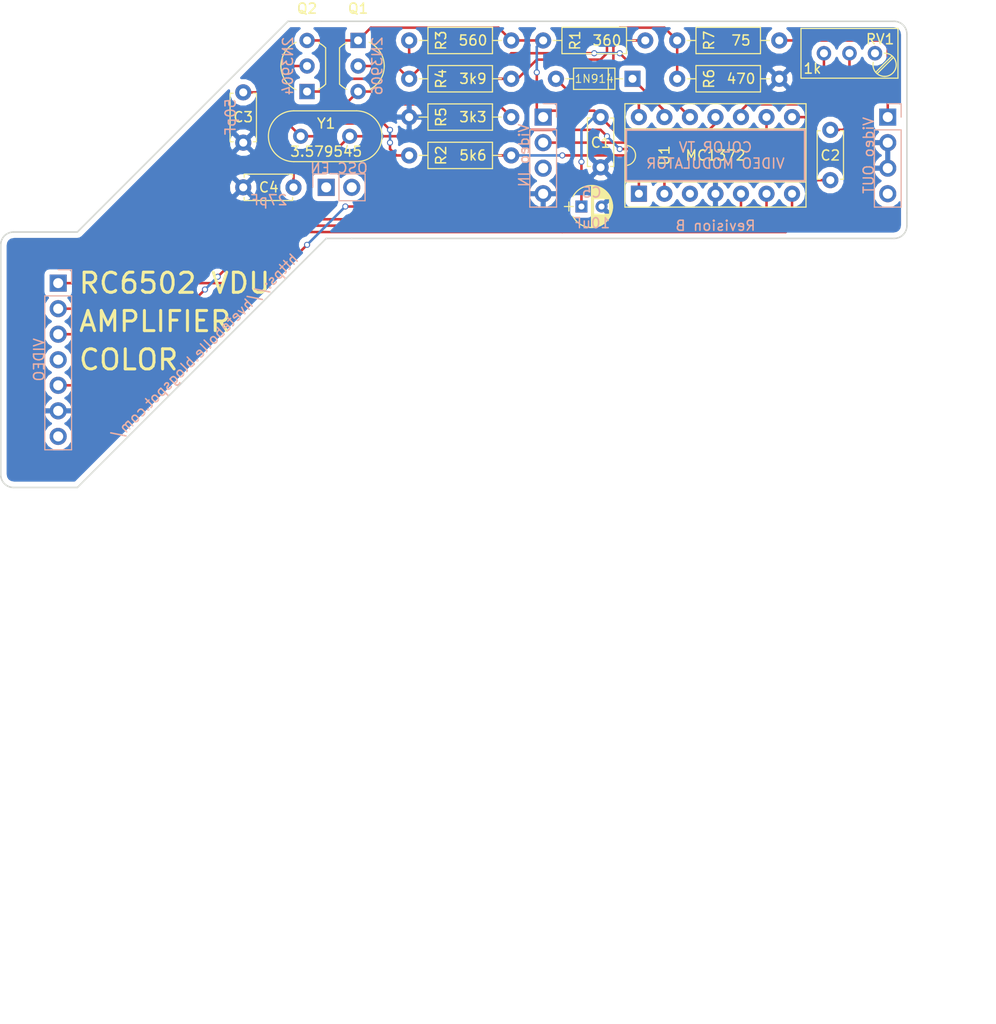
<source format=kicad_pcb>
(kicad_pcb (version 4) (host pcbnew 4.0.7)

  (general
    (links 42)
    (no_connects 0)
    (area 52.629999 42.205 151.765001 144.145001)
    (thickness 1.6)
    (drawings 29)
    (tracks 162)
    (zones 0)
    (modules 22)
    (nets 19)
  )

  (page A4)
  (layers
    (0 F.Cu signal)
    (31 B.Cu signal)
    (32 B.Adhes user)
    (33 F.Adhes user)
    (34 B.Paste user)
    (35 F.Paste user)
    (36 B.SilkS user)
    (37 F.SilkS user)
    (38 B.Mask user)
    (39 F.Mask user)
    (40 Dwgs.User user)
    (41 Cmts.User user)
    (42 Eco1.User user)
    (43 Eco2.User user)
    (44 Edge.Cuts user)
    (45 Margin user)
    (46 B.CrtYd user)
    (47 F.CrtYd user)
    (48 B.Fab user)
    (49 F.Fab user)
  )

  (setup
    (last_trace_width 0.25)
    (trace_clearance 0.2)
    (zone_clearance 0.508)
    (zone_45_only no)
    (trace_min 0.2)
    (segment_width 0.2)
    (edge_width 0.15)
    (via_size 0.6)
    (via_drill 0.4)
    (via_min_size 0.4)
    (via_min_drill 0.3)
    (uvia_size 0.3)
    (uvia_drill 0.1)
    (uvias_allowed no)
    (uvia_min_size 0.2)
    (uvia_min_drill 0.1)
    (pcb_text_width 0.3)
    (pcb_text_size 1.5 1.5)
    (mod_edge_width 0.15)
    (mod_text_size 1 1)
    (mod_text_width 0.15)
    (pad_size 1.524 1.524)
    (pad_drill 0.762)
    (pad_to_mask_clearance 0.2)
    (aux_axis_origin 0 0)
    (visible_elements 7FFFFFFF)
    (pcbplotparams
      (layerselection 0x011fc_80000001)
      (usegerberextensions true)
      (excludeedgelayer true)
      (linewidth 0.100000)
      (plotframeref false)
      (viasonmask false)
      (mode 1)
      (useauxorigin false)
      (hpglpennumber 1)
      (hpglpenspeed 20)
      (hpglpendiameter 15)
      (hpglpenoverlay 2)
      (psnegative false)
      (psa4output false)
      (plotreference true)
      (plotvalue true)
      (plotinvisibletext false)
      (padsonsilk false)
      (subtractmaskfromsilk false)
      (outputformat 1)
      (mirror false)
      (drillshape 0)
      (scaleselection 1)
      (outputdirectory export/))
  )

  (net 0 "")
  (net 1 VCC)
  (net 2 GND)
  (net 3 "Net-(C2-Pad1)")
  (net 4 "Net-(C2-Pad2)")
  (net 5 "Net-(C3-Pad2)")
  (net 6 /OSC_IN)
  (net 7 "Net-(D1-Pad1)")
  (net 8 "Net-(D1-Pad2)")
  (net 9 /Y)
  (net 10 VIDEO)
  (net 11 /CHB)
  (net 12 /@B)
  (net 13 /@A)
  (net 14 /CLK)
  (net 15 "Net-(Q1-Pad2)")
  (net 16 "Net-(Q1-Pad3)")
  (net 17 "Net-(Q2-Pad1)")
  (net 18 "Net-(RV1-Pad3)")

  (net_class Default "This is the default net class."
    (clearance 0.2)
    (trace_width 0.25)
    (via_dia 0.6)
    (via_drill 0.4)
    (uvia_dia 0.3)
    (uvia_drill 0.1)
    (add_net /@A)
    (add_net /@B)
    (add_net /CHB)
    (add_net /CLK)
    (add_net /OSC_IN)
    (add_net /Y)
    (add_net GND)
    (add_net "Net-(C2-Pad1)")
    (add_net "Net-(C2-Pad2)")
    (add_net "Net-(C3-Pad2)")
    (add_net "Net-(D1-Pad1)")
    (add_net "Net-(D1-Pad2)")
    (add_net "Net-(Q1-Pad2)")
    (add_net "Net-(Q1-Pad3)")
    (add_net "Net-(Q2-Pad1)")
    (add_net "Net-(RV1-Pad3)")
    (add_net VCC)
    (add_net VIDEO)
  )

  (module Capacitors_THT:C_Disc_D4.7mm_W2.5mm_P5.00mm (layer F.Cu) (tedit 5C06F62F) (tstamp 5C06E624)
    (at 112.395 53.975 270)
    (descr "C, Disc series, Radial, pin pitch=5.00mm, , diameter*width=4.7*2.5mm^2, Capacitor, http://www.vishay.com/docs/45233/krseries.pdf")
    (tags "C Disc series Radial pin pitch 5.00mm  diameter 4.7mm width 2.5mm Capacitor")
    (path /5C04594D)
    (fp_text reference C1 (at 2.54 0 360) (layer F.SilkS)
      (effects (font (size 1 1) (thickness 0.15)))
    )
    (fp_text value 100nF (at -1.905 0 360) (layer F.Fab)
      (effects (font (size 1 1) (thickness 0.15)))
    )
    (fp_line (start 0.15 -1.25) (end 0.15 1.25) (layer F.Fab) (width 0.1))
    (fp_line (start 0.15 1.25) (end 4.85 1.25) (layer F.Fab) (width 0.1))
    (fp_line (start 4.85 1.25) (end 4.85 -1.25) (layer F.Fab) (width 0.1))
    (fp_line (start 4.85 -1.25) (end 0.15 -1.25) (layer F.Fab) (width 0.1))
    (fp_line (start 0.09 -1.31) (end 4.91 -1.31) (layer F.SilkS) (width 0.12))
    (fp_line (start 0.09 1.31) (end 4.91 1.31) (layer F.SilkS) (width 0.12))
    (fp_line (start 0.09 -1.31) (end 0.09 -0.996) (layer F.SilkS) (width 0.12))
    (fp_line (start 0.09 0.996) (end 0.09 1.31) (layer F.SilkS) (width 0.12))
    (fp_line (start 4.91 -1.31) (end 4.91 -0.996) (layer F.SilkS) (width 0.12))
    (fp_line (start 4.91 0.996) (end 4.91 1.31) (layer F.SilkS) (width 0.12))
    (fp_line (start -1.05 -1.6) (end -1.05 1.6) (layer F.CrtYd) (width 0.05))
    (fp_line (start -1.05 1.6) (end 6.05 1.6) (layer F.CrtYd) (width 0.05))
    (fp_line (start 6.05 1.6) (end 6.05 -1.6) (layer F.CrtYd) (width 0.05))
    (fp_line (start 6.05 -1.6) (end -1.05 -1.6) (layer F.CrtYd) (width 0.05))
    (fp_text user %R (at 2.5 0 360) (layer F.Fab)
      (effects (font (size 1 1) (thickness 0.15)))
    )
    (pad 1 thru_hole circle (at 0 0 270) (size 1.6 1.6) (drill 0.8) (layers *.Cu *.Mask)
      (net 1 VCC))
    (pad 2 thru_hole circle (at 5 0 270) (size 1.6 1.6) (drill 0.8) (layers *.Cu *.Mask)
      (net 2 GND))
    (model ${KISYS3DMOD}/Capacitors_THT.3dshapes/C_Disc_D4.7mm_W2.5mm_P5.00mm.wrl
      (at (xyz 0 0 0))
      (scale (xyz 1 1 1))
      (rotate (xyz 0 0 0))
    )
  )

  (module Pin_Headers:Pin_Header_Straight_1x07_Pitch2.54mm (layer B.Cu) (tedit 5C6D791A) (tstamp 5C06F7C4)
    (at 58.42 70.485 180)
    (descr "Through hole straight pin header, 1x07, 2.54mm pitch, single row")
    (tags "Through hole pin header THT 1x07 2.54mm single row")
    (path /5C0D33B4)
    (fp_text reference J3 (at 0 2.54 180) (layer B.Fab)
      (effects (font (size 1 1) (thickness 0.15)) (justify mirror))
    )
    (fp_text value VIDEO (at 1.905 -7.62 450) (layer B.SilkS)
      (effects (font (size 1 1) (thickness 0.15)) (justify mirror))
    )
    (fp_line (start -0.635 1.27) (end 1.27 1.27) (layer B.Fab) (width 0.1))
    (fp_line (start 1.27 1.27) (end 1.27 -16.51) (layer B.Fab) (width 0.1))
    (fp_line (start 1.27 -16.51) (end -1.27 -16.51) (layer B.Fab) (width 0.1))
    (fp_line (start -1.27 -16.51) (end -1.27 0.635) (layer B.Fab) (width 0.1))
    (fp_line (start -1.27 0.635) (end -0.635 1.27) (layer B.Fab) (width 0.1))
    (fp_line (start -1.33 -16.57) (end 1.33 -16.57) (layer B.SilkS) (width 0.12))
    (fp_line (start -1.33 -1.27) (end -1.33 -16.57) (layer B.SilkS) (width 0.12))
    (fp_line (start 1.33 -1.27) (end 1.33 -16.57) (layer B.SilkS) (width 0.12))
    (fp_line (start -1.33 -1.27) (end 1.33 -1.27) (layer B.SilkS) (width 0.12))
    (fp_line (start -1.33 0) (end -1.33 1.33) (layer B.SilkS) (width 0.12))
    (fp_line (start -1.33 1.33) (end 0 1.33) (layer B.SilkS) (width 0.12))
    (fp_line (start -1.8 1.8) (end -1.8 -17.05) (layer B.CrtYd) (width 0.05))
    (fp_line (start -1.8 -17.05) (end 1.8 -17.05) (layer B.CrtYd) (width 0.05))
    (fp_line (start 1.8 -17.05) (end 1.8 1.8) (layer B.CrtYd) (width 0.05))
    (fp_line (start 1.8 1.8) (end -1.8 1.8) (layer B.CrtYd) (width 0.05))
    (fp_text user %R (at 0 2.54 360) (layer B.Fab)
      (effects (font (size 1 1) (thickness 0.15)) (justify mirror))
    )
    (pad 1 thru_hole rect (at 0 0 180) (size 1.7 1.7) (drill 1) (layers *.Cu *.Mask)
      (net 11 /CHB))
    (pad 2 thru_hole oval (at 0 -2.54 180) (size 1.7 1.7) (drill 1) (layers *.Cu *.Mask)
      (net 12 /@B))
    (pad 3 thru_hole oval (at 0 -5.08 180) (size 1.7 1.7) (drill 1) (layers *.Cu *.Mask)
      (net 13 /@A))
    (pad 4 thru_hole oval (at 0 -7.62 180) (size 1.7 1.7) (drill 1) (layers *.Cu *.Mask))
    (pad 5 thru_hole oval (at 0 -10.16 180) (size 1.7 1.7) (drill 1) (layers *.Cu *.Mask)
      (net 14 /CLK))
    (pad 6 thru_hole oval (at 0 -12.7 180) (size 1.7 1.7) (drill 1) (layers *.Cu *.Mask)
      (net 2 GND))
    (pad 7 thru_hole oval (at 0 -15.24 180) (size 1.7 1.7) (drill 1) (layers *.Cu *.Mask))
    (model ${KISYS3DMOD}/Pin_Headers.3dshapes/Pin_Header_Straight_1x07_Pitch2.54mm.wrl
      (at (xyz 0 0 0))
      (scale (xyz 1 1 1))
      (rotate (xyz 0 0 0))
    )
  )

  (module Capacitors_THT:C_Disc_D4.7mm_W2.5mm_P5.00mm (layer F.Cu) (tedit 5C6D71A0) (tstamp 5C6D4C47)
    (at 135.255 55.245 270)
    (descr "C, Disc series, Radial, pin pitch=5.00mm, , diameter*width=4.7*2.5mm^2, Capacitor, http://www.vishay.com/docs/45233/krseries.pdf")
    (tags "C Disc series Radial pin pitch 5.00mm  diameter 4.7mm width 2.5mm Capacitor")
    (path /5C6B8324)
    (fp_text reference C2 (at 2.54 0 360) (layer F.SilkS)
      (effects (font (size 1 1) (thickness 0.15)))
    )
    (fp_text value 100nF (at 2.5 2.56 270) (layer F.Fab)
      (effects (font (size 1 1) (thickness 0.15)))
    )
    (fp_line (start 0.15 -1.25) (end 0.15 1.25) (layer F.Fab) (width 0.1))
    (fp_line (start 0.15 1.25) (end 4.85 1.25) (layer F.Fab) (width 0.1))
    (fp_line (start 4.85 1.25) (end 4.85 -1.25) (layer F.Fab) (width 0.1))
    (fp_line (start 4.85 -1.25) (end 0.15 -1.25) (layer F.Fab) (width 0.1))
    (fp_line (start 0.09 -1.31) (end 4.91 -1.31) (layer F.SilkS) (width 0.12))
    (fp_line (start 0.09 1.31) (end 4.91 1.31) (layer F.SilkS) (width 0.12))
    (fp_line (start 0.09 -1.31) (end 0.09 -0.996) (layer F.SilkS) (width 0.12))
    (fp_line (start 0.09 0.996) (end 0.09 1.31) (layer F.SilkS) (width 0.12))
    (fp_line (start 4.91 -1.31) (end 4.91 -0.996) (layer F.SilkS) (width 0.12))
    (fp_line (start 4.91 0.996) (end 4.91 1.31) (layer F.SilkS) (width 0.12))
    (fp_line (start -1.05 -1.6) (end -1.05 1.6) (layer F.CrtYd) (width 0.05))
    (fp_line (start -1.05 1.6) (end 6.05 1.6) (layer F.CrtYd) (width 0.05))
    (fp_line (start 6.05 1.6) (end 6.05 -1.6) (layer F.CrtYd) (width 0.05))
    (fp_line (start 6.05 -1.6) (end -1.05 -1.6) (layer F.CrtYd) (width 0.05))
    (fp_text user %R (at 2.54 0 360) (layer F.Fab)
      (effects (font (size 1 1) (thickness 0.15)))
    )
    (pad 1 thru_hole circle (at 0 0 270) (size 1.6 1.6) (drill 0.8) (layers *.Cu *.Mask)
      (net 3 "Net-(C2-Pad1)"))
    (pad 2 thru_hole circle (at 5 0 270) (size 1.6 1.6) (drill 0.8) (layers *.Cu *.Mask)
      (net 4 "Net-(C2-Pad2)"))
    (model ${KISYS3DMOD}/Capacitors_THT.3dshapes/C_Disc_D4.7mm_W2.5mm_P5.00mm.wrl
      (at (xyz 0 0 0))
      (scale (xyz 1 1 1))
      (rotate (xyz 0 0 0))
    )
  )

  (module Capacitors_THT:C_Disc_D4.7mm_W2.5mm_P5.00mm (layer F.Cu) (tedit 5C6D793B) (tstamp 5C6D4C4D)
    (at 76.835 56.515 90)
    (descr "C, Disc series, Radial, pin pitch=5.00mm, , diameter*width=4.7*2.5mm^2, Capacitor, http://www.vishay.com/docs/45233/krseries.pdf")
    (tags "C Disc series Radial pin pitch 5.00mm  diameter 4.7mm width 2.5mm Capacitor")
    (path /5C6CCEE8)
    (fp_text reference C3 (at 2.54 0 180) (layer F.SilkS)
      (effects (font (size 1 1) (thickness 0.15)))
    )
    (fp_text value 50pF (at 2.54 -1.27 90) (layer B.SilkS)
      (effects (font (size 1 1) (thickness 0.15)) (justify mirror))
    )
    (fp_line (start 0.15 -1.25) (end 0.15 1.25) (layer F.Fab) (width 0.1))
    (fp_line (start 0.15 1.25) (end 4.85 1.25) (layer F.Fab) (width 0.1))
    (fp_line (start 4.85 1.25) (end 4.85 -1.25) (layer F.Fab) (width 0.1))
    (fp_line (start 4.85 -1.25) (end 0.15 -1.25) (layer F.Fab) (width 0.1))
    (fp_line (start 0.09 -1.31) (end 4.91 -1.31) (layer F.SilkS) (width 0.12))
    (fp_line (start 0.09 1.31) (end 4.91 1.31) (layer F.SilkS) (width 0.12))
    (fp_line (start 0.09 -1.31) (end 0.09 -0.996) (layer F.SilkS) (width 0.12))
    (fp_line (start 0.09 0.996) (end 0.09 1.31) (layer F.SilkS) (width 0.12))
    (fp_line (start 4.91 -1.31) (end 4.91 -0.996) (layer F.SilkS) (width 0.12))
    (fp_line (start 4.91 0.996) (end 4.91 1.31) (layer F.SilkS) (width 0.12))
    (fp_line (start -1.05 -1.6) (end -1.05 1.6) (layer F.CrtYd) (width 0.05))
    (fp_line (start -1.05 1.6) (end 6.05 1.6) (layer F.CrtYd) (width 0.05))
    (fp_line (start 6.05 1.6) (end 6.05 -1.6) (layer F.CrtYd) (width 0.05))
    (fp_line (start 6.05 -1.6) (end -1.05 -1.6) (layer F.CrtYd) (width 0.05))
    (fp_text user %R (at 2.5 0 180) (layer F.Fab)
      (effects (font (size 1 1) (thickness 0.15)))
    )
    (pad 1 thru_hole circle (at 0 0 90) (size 1.6 1.6) (drill 0.8) (layers *.Cu *.Mask)
      (net 2 GND))
    (pad 2 thru_hole circle (at 5 0 90) (size 1.6 1.6) (drill 0.8) (layers *.Cu *.Mask)
      (net 5 "Net-(C3-Pad2)"))
    (model ${KISYS3DMOD}/Capacitors_THT.3dshapes/C_Disc_D4.7mm_W2.5mm_P5.00mm.wrl
      (at (xyz 0 0 0))
      (scale (xyz 1 1 1))
      (rotate (xyz 0 0 0))
    )
  )

  (module Capacitors_THT:C_Disc_D4.7mm_W2.5mm_P5.00mm (layer F.Cu) (tedit 5C6D7933) (tstamp 5C6D4C53)
    (at 76.835 60.96)
    (descr "C, Disc series, Radial, pin pitch=5.00mm, , diameter*width=4.7*2.5mm^2, Capacitor, http://www.vishay.com/docs/45233/krseries.pdf")
    (tags "C Disc series Radial pin pitch 5.00mm  diameter 4.7mm width 2.5mm Capacitor")
    (path /5C6CD3B3)
    (fp_text reference C4 (at 2.54 0) (layer F.SilkS)
      (effects (font (size 1 1) (thickness 0.15)))
    )
    (fp_text value 27pF (at 2.54 1.27) (layer B.SilkS)
      (effects (font (size 1 1) (thickness 0.15)) (justify mirror))
    )
    (fp_line (start 0.15 -1.25) (end 0.15 1.25) (layer F.Fab) (width 0.1))
    (fp_line (start 0.15 1.25) (end 4.85 1.25) (layer F.Fab) (width 0.1))
    (fp_line (start 4.85 1.25) (end 4.85 -1.25) (layer F.Fab) (width 0.1))
    (fp_line (start 4.85 -1.25) (end 0.15 -1.25) (layer F.Fab) (width 0.1))
    (fp_line (start 0.09 -1.31) (end 4.91 -1.31) (layer F.SilkS) (width 0.12))
    (fp_line (start 0.09 1.31) (end 4.91 1.31) (layer F.SilkS) (width 0.12))
    (fp_line (start 0.09 -1.31) (end 0.09 -0.996) (layer F.SilkS) (width 0.12))
    (fp_line (start 0.09 0.996) (end 0.09 1.31) (layer F.SilkS) (width 0.12))
    (fp_line (start 4.91 -1.31) (end 4.91 -0.996) (layer F.SilkS) (width 0.12))
    (fp_line (start 4.91 0.996) (end 4.91 1.31) (layer F.SilkS) (width 0.12))
    (fp_line (start -1.05 -1.6) (end -1.05 1.6) (layer F.CrtYd) (width 0.05))
    (fp_line (start -1.05 1.6) (end 6.05 1.6) (layer F.CrtYd) (width 0.05))
    (fp_line (start 6.05 1.6) (end 6.05 -1.6) (layer F.CrtYd) (width 0.05))
    (fp_line (start 6.05 -1.6) (end -1.05 -1.6) (layer F.CrtYd) (width 0.05))
    (fp_text user %R (at 2.5 0) (layer F.Fab)
      (effects (font (size 1 1) (thickness 0.15)))
    )
    (pad 1 thru_hole circle (at 0 0) (size 1.6 1.6) (drill 0.8) (layers *.Cu *.Mask)
      (net 2 GND))
    (pad 2 thru_hole circle (at 5 0) (size 1.6 1.6) (drill 0.8) (layers *.Cu *.Mask)
      (net 6 /OSC_IN))
    (model ${KISYS3DMOD}/Capacitors_THT.3dshapes/C_Disc_D4.7mm_W2.5mm_P5.00mm.wrl
      (at (xyz 0 0 0))
      (scale (xyz 1 1 1))
      (rotate (xyz 0 0 0))
    )
  )

  (module Capacitors_THT:CP_Radial_D4.0mm_P2.00mm (layer F.Cu) (tedit 5C6D72FF) (tstamp 5C6D4C59)
    (at 110.49 62.865)
    (descr "CP, Radial series, Radial, pin pitch=2.00mm, , diameter=4mm, Electrolytic Capacitor")
    (tags "CP Radial series Radial pin pitch 2.00mm  diameter 4mm Electrolytic Capacitor")
    (path /5C6D2DE8)
    (fp_text reference C5 (at 1.016 -1.397) (layer B.SilkS)
      (effects (font (size 1 1) (thickness 0.15)) (justify mirror))
    )
    (fp_text value 10uF (at 1.016 1.651) (layer B.SilkS)
      (effects (font (size 1 1) (thickness 0.15)) (justify mirror))
    )
    (fp_arc (start 1 0) (end -0.845996 -0.98) (angle 124.1) (layer F.SilkS) (width 0.12))
    (fp_arc (start 1 0) (end -0.845996 0.98) (angle -124.1) (layer F.SilkS) (width 0.12))
    (fp_arc (start 1 0) (end 2.845996 -0.98) (angle 55.9) (layer F.SilkS) (width 0.12))
    (fp_circle (center 1 0) (end 3 0) (layer F.Fab) (width 0.1))
    (fp_line (start -1.7 0) (end -0.8 0) (layer F.Fab) (width 0.1))
    (fp_line (start -1.25 -0.45) (end -1.25 0.45) (layer F.Fab) (width 0.1))
    (fp_line (start 1 -2.05) (end 1 2.05) (layer F.SilkS) (width 0.12))
    (fp_line (start 1.04 -2.05) (end 1.04 2.05) (layer F.SilkS) (width 0.12))
    (fp_line (start 1.08 -2.049) (end 1.08 2.049) (layer F.SilkS) (width 0.12))
    (fp_line (start 1.12 -2.047) (end 1.12 2.047) (layer F.SilkS) (width 0.12))
    (fp_line (start 1.16 -2.044) (end 1.16 2.044) (layer F.SilkS) (width 0.12))
    (fp_line (start 1.2 -2.041) (end 1.2 2.041) (layer F.SilkS) (width 0.12))
    (fp_line (start 1.24 -2.037) (end 1.24 -0.78) (layer F.SilkS) (width 0.12))
    (fp_line (start 1.24 0.78) (end 1.24 2.037) (layer F.SilkS) (width 0.12))
    (fp_line (start 1.28 -2.032) (end 1.28 -0.78) (layer F.SilkS) (width 0.12))
    (fp_line (start 1.28 0.78) (end 1.28 2.032) (layer F.SilkS) (width 0.12))
    (fp_line (start 1.32 -2.026) (end 1.32 -0.78) (layer F.SilkS) (width 0.12))
    (fp_line (start 1.32 0.78) (end 1.32 2.026) (layer F.SilkS) (width 0.12))
    (fp_line (start 1.36 -2.019) (end 1.36 -0.78) (layer F.SilkS) (width 0.12))
    (fp_line (start 1.36 0.78) (end 1.36 2.019) (layer F.SilkS) (width 0.12))
    (fp_line (start 1.4 -2.012) (end 1.4 -0.78) (layer F.SilkS) (width 0.12))
    (fp_line (start 1.4 0.78) (end 1.4 2.012) (layer F.SilkS) (width 0.12))
    (fp_line (start 1.44 -2.004) (end 1.44 -0.78) (layer F.SilkS) (width 0.12))
    (fp_line (start 1.44 0.78) (end 1.44 2.004) (layer F.SilkS) (width 0.12))
    (fp_line (start 1.48 -1.995) (end 1.48 -0.78) (layer F.SilkS) (width 0.12))
    (fp_line (start 1.48 0.78) (end 1.48 1.995) (layer F.SilkS) (width 0.12))
    (fp_line (start 1.52 -1.985) (end 1.52 -0.78) (layer F.SilkS) (width 0.12))
    (fp_line (start 1.52 0.78) (end 1.52 1.985) (layer F.SilkS) (width 0.12))
    (fp_line (start 1.56 -1.974) (end 1.56 -0.78) (layer F.SilkS) (width 0.12))
    (fp_line (start 1.56 0.78) (end 1.56 1.974) (layer F.SilkS) (width 0.12))
    (fp_line (start 1.6 -1.963) (end 1.6 -0.78) (layer F.SilkS) (width 0.12))
    (fp_line (start 1.6 0.78) (end 1.6 1.963) (layer F.SilkS) (width 0.12))
    (fp_line (start 1.64 -1.95) (end 1.64 -0.78) (layer F.SilkS) (width 0.12))
    (fp_line (start 1.64 0.78) (end 1.64 1.95) (layer F.SilkS) (width 0.12))
    (fp_line (start 1.68 -1.937) (end 1.68 -0.78) (layer F.SilkS) (width 0.12))
    (fp_line (start 1.68 0.78) (end 1.68 1.937) (layer F.SilkS) (width 0.12))
    (fp_line (start 1.721 -1.923) (end 1.721 -0.78) (layer F.SilkS) (width 0.12))
    (fp_line (start 1.721 0.78) (end 1.721 1.923) (layer F.SilkS) (width 0.12))
    (fp_line (start 1.761 -1.907) (end 1.761 -0.78) (layer F.SilkS) (width 0.12))
    (fp_line (start 1.761 0.78) (end 1.761 1.907) (layer F.SilkS) (width 0.12))
    (fp_line (start 1.801 -1.891) (end 1.801 -0.78) (layer F.SilkS) (width 0.12))
    (fp_line (start 1.801 0.78) (end 1.801 1.891) (layer F.SilkS) (width 0.12))
    (fp_line (start 1.841 -1.874) (end 1.841 -0.78) (layer F.SilkS) (width 0.12))
    (fp_line (start 1.841 0.78) (end 1.841 1.874) (layer F.SilkS) (width 0.12))
    (fp_line (start 1.881 -1.856) (end 1.881 -0.78) (layer F.SilkS) (width 0.12))
    (fp_line (start 1.881 0.78) (end 1.881 1.856) (layer F.SilkS) (width 0.12))
    (fp_line (start 1.921 -1.837) (end 1.921 -0.78) (layer F.SilkS) (width 0.12))
    (fp_line (start 1.921 0.78) (end 1.921 1.837) (layer F.SilkS) (width 0.12))
    (fp_line (start 1.961 -1.817) (end 1.961 -0.78) (layer F.SilkS) (width 0.12))
    (fp_line (start 1.961 0.78) (end 1.961 1.817) (layer F.SilkS) (width 0.12))
    (fp_line (start 2.001 -1.796) (end 2.001 -0.78) (layer F.SilkS) (width 0.12))
    (fp_line (start 2.001 0.78) (end 2.001 1.796) (layer F.SilkS) (width 0.12))
    (fp_line (start 2.041 -1.773) (end 2.041 -0.78) (layer F.SilkS) (width 0.12))
    (fp_line (start 2.041 0.78) (end 2.041 1.773) (layer F.SilkS) (width 0.12))
    (fp_line (start 2.081 -1.75) (end 2.081 -0.78) (layer F.SilkS) (width 0.12))
    (fp_line (start 2.081 0.78) (end 2.081 1.75) (layer F.SilkS) (width 0.12))
    (fp_line (start 2.121 -1.725) (end 2.121 -0.78) (layer F.SilkS) (width 0.12))
    (fp_line (start 2.121 0.78) (end 2.121 1.725) (layer F.SilkS) (width 0.12))
    (fp_line (start 2.161 -1.699) (end 2.161 -0.78) (layer F.SilkS) (width 0.12))
    (fp_line (start 2.161 0.78) (end 2.161 1.699) (layer F.SilkS) (width 0.12))
    (fp_line (start 2.201 -1.672) (end 2.201 -0.78) (layer F.SilkS) (width 0.12))
    (fp_line (start 2.201 0.78) (end 2.201 1.672) (layer F.SilkS) (width 0.12))
    (fp_line (start 2.241 -1.643) (end 2.241 -0.78) (layer F.SilkS) (width 0.12))
    (fp_line (start 2.241 0.78) (end 2.241 1.643) (layer F.SilkS) (width 0.12))
    (fp_line (start 2.281 -1.613) (end 2.281 -0.78) (layer F.SilkS) (width 0.12))
    (fp_line (start 2.281 0.78) (end 2.281 1.613) (layer F.SilkS) (width 0.12))
    (fp_line (start 2.321 -1.581) (end 2.321 -0.78) (layer F.SilkS) (width 0.12))
    (fp_line (start 2.321 0.78) (end 2.321 1.581) (layer F.SilkS) (width 0.12))
    (fp_line (start 2.361 -1.547) (end 2.361 -0.78) (layer F.SilkS) (width 0.12))
    (fp_line (start 2.361 0.78) (end 2.361 1.547) (layer F.SilkS) (width 0.12))
    (fp_line (start 2.401 -1.512) (end 2.401 -0.78) (layer F.SilkS) (width 0.12))
    (fp_line (start 2.401 0.78) (end 2.401 1.512) (layer F.SilkS) (width 0.12))
    (fp_line (start 2.441 -1.475) (end 2.441 -0.78) (layer F.SilkS) (width 0.12))
    (fp_line (start 2.441 0.78) (end 2.441 1.475) (layer F.SilkS) (width 0.12))
    (fp_line (start 2.481 -1.436) (end 2.481 -0.78) (layer F.SilkS) (width 0.12))
    (fp_line (start 2.481 0.78) (end 2.481 1.436) (layer F.SilkS) (width 0.12))
    (fp_line (start 2.521 -1.395) (end 2.521 -0.78) (layer F.SilkS) (width 0.12))
    (fp_line (start 2.521 0.78) (end 2.521 1.395) (layer F.SilkS) (width 0.12))
    (fp_line (start 2.561 -1.351) (end 2.561 -0.78) (layer F.SilkS) (width 0.12))
    (fp_line (start 2.561 0.78) (end 2.561 1.351) (layer F.SilkS) (width 0.12))
    (fp_line (start 2.601 -1.305) (end 2.601 -0.78) (layer F.SilkS) (width 0.12))
    (fp_line (start 2.601 0.78) (end 2.601 1.305) (layer F.SilkS) (width 0.12))
    (fp_line (start 2.641 -1.256) (end 2.641 -0.78) (layer F.SilkS) (width 0.12))
    (fp_line (start 2.641 0.78) (end 2.641 1.256) (layer F.SilkS) (width 0.12))
    (fp_line (start 2.681 -1.204) (end 2.681 -0.78) (layer F.SilkS) (width 0.12))
    (fp_line (start 2.681 0.78) (end 2.681 1.204) (layer F.SilkS) (width 0.12))
    (fp_line (start 2.721 -1.148) (end 2.721 -0.78) (layer F.SilkS) (width 0.12))
    (fp_line (start 2.721 0.78) (end 2.721 1.148) (layer F.SilkS) (width 0.12))
    (fp_line (start 2.761 -1.088) (end 2.761 -0.78) (layer F.SilkS) (width 0.12))
    (fp_line (start 2.761 0.78) (end 2.761 1.088) (layer F.SilkS) (width 0.12))
    (fp_line (start 2.801 -1.023) (end 2.801 1.023) (layer F.SilkS) (width 0.12))
    (fp_line (start 2.841 -0.952) (end 2.841 0.952) (layer F.SilkS) (width 0.12))
    (fp_line (start 2.881 -0.874) (end 2.881 0.874) (layer F.SilkS) (width 0.12))
    (fp_line (start 2.921 -0.786) (end 2.921 0.786) (layer F.SilkS) (width 0.12))
    (fp_line (start 2.961 -0.686) (end 2.961 0.686) (layer F.SilkS) (width 0.12))
    (fp_line (start 3.001 -0.567) (end 3.001 0.567) (layer F.SilkS) (width 0.12))
    (fp_line (start 3.041 -0.415) (end 3.041 0.415) (layer F.SilkS) (width 0.12))
    (fp_line (start 3.081 -0.165) (end 3.081 0.165) (layer F.SilkS) (width 0.12))
    (fp_line (start -1.7 0) (end -0.8 0) (layer F.SilkS) (width 0.12))
    (fp_line (start -1.25 -0.45) (end -1.25 0.45) (layer F.SilkS) (width 0.12))
    (fp_line (start -1.35 -2.35) (end -1.35 2.35) (layer F.CrtYd) (width 0.05))
    (fp_line (start -1.35 2.35) (end 3.35 2.35) (layer F.CrtYd) (width 0.05))
    (fp_line (start 3.35 2.35) (end 3.35 -2.35) (layer F.CrtYd) (width 0.05))
    (fp_line (start 3.35 -2.35) (end -1.35 -2.35) (layer F.CrtYd) (width 0.05))
    (fp_text user %R (at 5.08 1.27) (layer F.Fab)
      (effects (font (size 1 1) (thickness 0.15)))
    )
    (pad 1 thru_hole rect (at 0 0) (size 1.2 1.2) (drill 0.6) (layers *.Cu *.Mask)
      (net 1 VCC))
    (pad 2 thru_hole circle (at 2 0) (size 1.2 1.2) (drill 0.6) (layers *.Cu *.Mask)
      (net 2 GND))
    (model ${KISYS3DMOD}/Capacitors_THT.3dshapes/CP_Radial_D4.0mm_P2.00mm.wrl
      (at (xyz 0 0 0))
      (scale (xyz 1 1 1))
      (rotate (xyz 0 0 0))
    )
  )

  (module Diodes_THT:D_DO-35_SOD27_P7.62mm_Horizontal (layer F.Cu) (tedit 5C6D71CA) (tstamp 5C6D4C5F)
    (at 115.57 50.165 180)
    (descr "D, DO-35_SOD27 series, Axial, Horizontal, pin pitch=7.62mm, , length*diameter=4*2mm^2, , http://www.diodes.com/_files/packages/DO-35.pdf")
    (tags "D DO-35_SOD27 series Axial Horizontal pin pitch 7.62mm  length 4mm diameter 2mm")
    (path /5C6B3590)
    (fp_text reference D1 (at 3.81 0 180) (layer F.Fab)
      (effects (font (size 1 1) (thickness 0.15)))
    )
    (fp_text value 1N914 (at 3.81 0 180) (layer F.SilkS)
      (effects (font (size 0.8 0.8) (thickness 0.1)))
    )
    (fp_text user %R (at 3.81 0 180) (layer F.Fab)
      (effects (font (size 1 1) (thickness 0.15)))
    )
    (fp_line (start 1.81 -1) (end 1.81 1) (layer F.Fab) (width 0.1))
    (fp_line (start 1.81 1) (end 5.81 1) (layer F.Fab) (width 0.1))
    (fp_line (start 5.81 1) (end 5.81 -1) (layer F.Fab) (width 0.1))
    (fp_line (start 5.81 -1) (end 1.81 -1) (layer F.Fab) (width 0.1))
    (fp_line (start 0 0) (end 1.81 0) (layer F.Fab) (width 0.1))
    (fp_line (start 7.62 0) (end 5.81 0) (layer F.Fab) (width 0.1))
    (fp_line (start 2.41 -1) (end 2.41 1) (layer F.Fab) (width 0.1))
    (fp_line (start 1.75 -1.06) (end 1.75 1.06) (layer F.SilkS) (width 0.12))
    (fp_line (start 1.75 1.06) (end 5.87 1.06) (layer F.SilkS) (width 0.12))
    (fp_line (start 5.87 1.06) (end 5.87 -1.06) (layer F.SilkS) (width 0.12))
    (fp_line (start 5.87 -1.06) (end 1.75 -1.06) (layer F.SilkS) (width 0.12))
    (fp_line (start 0.98 0) (end 1.75 0) (layer F.SilkS) (width 0.12))
    (fp_line (start 6.64 0) (end 5.87 0) (layer F.SilkS) (width 0.12))
    (fp_line (start 2.41 -1.06) (end 2.41 1.06) (layer F.SilkS) (width 0.12))
    (fp_line (start -1.05 -1.35) (end -1.05 1.35) (layer F.CrtYd) (width 0.05))
    (fp_line (start -1.05 1.35) (end 8.7 1.35) (layer F.CrtYd) (width 0.05))
    (fp_line (start 8.7 1.35) (end 8.7 -1.35) (layer F.CrtYd) (width 0.05))
    (fp_line (start 8.7 -1.35) (end -1.05 -1.35) (layer F.CrtYd) (width 0.05))
    (pad 1 thru_hole rect (at 0 0 180) (size 1.6 1.6) (drill 0.8) (layers *.Cu *.Mask)
      (net 7 "Net-(D1-Pad1)"))
    (pad 2 thru_hole oval (at 7.62 0 180) (size 1.6 1.6) (drill 0.8) (layers *.Cu *.Mask)
      (net 8 "Net-(D1-Pad2)"))
    (model ${KISYS3DMOD}/Diodes_THT.3dshapes/D_DO-35_SOD27_P7.62mm_Horizontal.wrl
      (at (xyz 0 0 0))
      (scale (xyz 0.393701 0.393701 0.393701))
      (rotate (xyz 0 0 0))
    )
  )

  (module Pin_Headers:Pin_Header_Straight_1x04_Pitch2.54mm (layer B.Cu) (tedit 5C6D7451) (tstamp 5C6D4C67)
    (at 106.68 53.975 180)
    (descr "Through hole straight pin header, 1x04, 2.54mm pitch, single row")
    (tags "Through hole pin header THT 1x04 2.54mm single row")
    (path /5C6C2ED6)
    (fp_text reference J1 (at 0 2.33 180) (layer B.Fab)
      (effects (font (size 1 1) (thickness 0.15)) (justify mirror))
    )
    (fp_text value Video_IN (at 1.905 -3.81 270) (layer B.SilkS)
      (effects (font (size 1 1) (thickness 0.15)) (justify mirror))
    )
    (fp_line (start -0.635 1.27) (end 1.27 1.27) (layer B.Fab) (width 0.1))
    (fp_line (start 1.27 1.27) (end 1.27 -8.89) (layer B.Fab) (width 0.1))
    (fp_line (start 1.27 -8.89) (end -1.27 -8.89) (layer B.Fab) (width 0.1))
    (fp_line (start -1.27 -8.89) (end -1.27 0.635) (layer B.Fab) (width 0.1))
    (fp_line (start -1.27 0.635) (end -0.635 1.27) (layer B.Fab) (width 0.1))
    (fp_line (start -1.33 -8.95) (end 1.33 -8.95) (layer B.SilkS) (width 0.12))
    (fp_line (start -1.33 -1.27) (end -1.33 -8.95) (layer B.SilkS) (width 0.12))
    (fp_line (start 1.33 -1.27) (end 1.33 -8.95) (layer B.SilkS) (width 0.12))
    (fp_line (start -1.33 -1.27) (end 1.33 -1.27) (layer B.SilkS) (width 0.12))
    (fp_line (start -1.33 0) (end -1.33 1.33) (layer B.SilkS) (width 0.12))
    (fp_line (start -1.33 1.33) (end 0 1.33) (layer B.SilkS) (width 0.12))
    (fp_line (start -1.8 1.8) (end -1.8 -9.4) (layer B.CrtYd) (width 0.05))
    (fp_line (start -1.8 -9.4) (end 1.8 -9.4) (layer B.CrtYd) (width 0.05))
    (fp_line (start 1.8 -9.4) (end 1.8 1.8) (layer B.CrtYd) (width 0.05))
    (fp_line (start 1.8 1.8) (end -1.8 1.8) (layer B.CrtYd) (width 0.05))
    (fp_text user %R (at 0 -3.81 450) (layer B.Fab)
      (effects (font (size 1 1) (thickness 0.15)) (justify mirror))
    )
    (pad 1 thru_hole rect (at 0 0 180) (size 1.7 1.7) (drill 1) (layers *.Cu *.Mask)
      (net 1 VCC))
    (pad 2 thru_hole oval (at 0 -2.54 180) (size 1.7 1.7) (drill 1) (layers *.Cu *.Mask)
      (net 9 /Y))
    (pad 3 thru_hole oval (at 0 -5.08 180) (size 1.7 1.7) (drill 1) (layers *.Cu *.Mask))
    (pad 4 thru_hole oval (at 0 -7.62 180) (size 1.7 1.7) (drill 1) (layers *.Cu *.Mask)
      (net 2 GND))
    (model ${KISYS3DMOD}/Pin_Headers.3dshapes/Pin_Header_Straight_1x04_Pitch2.54mm.wrl
      (at (xyz 0 0 0))
      (scale (xyz 1 1 1))
      (rotate (xyz 0 0 0))
    )
  )

  (module Pin_Headers:Pin_Header_Straight_1x04_Pitch2.54mm (layer B.Cu) (tedit 5C6D7911) (tstamp 5C6D4C6F)
    (at 140.97 53.975 180)
    (descr "Through hole straight pin header, 1x04, 2.54mm pitch, single row")
    (tags "Through hole pin header THT 1x04 2.54mm single row")
    (path /5C6C3428)
    (fp_text reference J2 (at 0 2.33 180) (layer B.Fab)
      (effects (font (size 1 1) (thickness 0.15)) (justify mirror))
    )
    (fp_text value Video_OUT (at 1.905 -3.81 270) (layer B.SilkS)
      (effects (font (size 1 1) (thickness 0.15)) (justify mirror))
    )
    (fp_line (start -0.635 1.27) (end 1.27 1.27) (layer B.Fab) (width 0.1))
    (fp_line (start 1.27 1.27) (end 1.27 -8.89) (layer B.Fab) (width 0.1))
    (fp_line (start 1.27 -8.89) (end -1.27 -8.89) (layer B.Fab) (width 0.1))
    (fp_line (start -1.27 -8.89) (end -1.27 0.635) (layer B.Fab) (width 0.1))
    (fp_line (start -1.27 0.635) (end -0.635 1.27) (layer B.Fab) (width 0.1))
    (fp_line (start -1.33 -8.95) (end 1.33 -8.95) (layer B.SilkS) (width 0.12))
    (fp_line (start -1.33 -1.27) (end -1.33 -8.95) (layer B.SilkS) (width 0.12))
    (fp_line (start 1.33 -1.27) (end 1.33 -8.95) (layer B.SilkS) (width 0.12))
    (fp_line (start -1.33 -1.27) (end 1.33 -1.27) (layer B.SilkS) (width 0.12))
    (fp_line (start -1.33 0) (end -1.33 1.33) (layer B.SilkS) (width 0.12))
    (fp_line (start -1.33 1.33) (end 0 1.33) (layer B.SilkS) (width 0.12))
    (fp_line (start -1.8 1.8) (end -1.8 -9.4) (layer B.CrtYd) (width 0.05))
    (fp_line (start -1.8 -9.4) (end 1.8 -9.4) (layer B.CrtYd) (width 0.05))
    (fp_line (start 1.8 -9.4) (end 1.8 1.8) (layer B.CrtYd) (width 0.05))
    (fp_line (start 1.8 1.8) (end -1.8 1.8) (layer B.CrtYd) (width 0.05))
    (fp_text user %R (at 0 -3.81 450) (layer B.Fab)
      (effects (font (size 1 1) (thickness 0.15)) (justify mirror))
    )
    (pad 1 thru_hole rect (at 0 0 180) (size 1.7 1.7) (drill 1) (layers *.Cu *.Mask)
      (net 10 VIDEO))
    (pad 2 thru_hole oval (at 0 -2.54 180) (size 1.7 1.7) (drill 1) (layers *.Cu *.Mask)
      (net 2 GND))
    (pad 3 thru_hole oval (at 0 -5.08 180) (size 1.7 1.7) (drill 1) (layers *.Cu *.Mask)
      (net 2 GND))
    (pad 4 thru_hole oval (at 0 -7.62 180) (size 1.7 1.7) (drill 1) (layers *.Cu *.Mask))
    (model ${KISYS3DMOD}/Pin_Headers.3dshapes/Pin_Header_Straight_1x04_Pitch2.54mm.wrl
      (at (xyz 0 0 0))
      (scale (xyz 1 1 1))
      (rotate (xyz 0 0 0))
    )
  )

  (module TO_SOT_Packages_THT:TO-92_Inline_Wide (layer F.Cu) (tedit 5C6D753B) (tstamp 5C6D4C76)
    (at 88.265 46.355 270)
    (descr "TO-92 leads in-line, wide, drill 0.8mm (see NXP sot054_po.pdf)")
    (tags "to-92 sc-43 sc-43a sot54 PA33 transistor")
    (path /5C6B477E)
    (fp_text reference Q1 (at -3.175 0 540) (layer F.SilkS)
      (effects (font (size 1 1) (thickness 0.15)))
    )
    (fp_text value 2N3906 (at 2.54 -1.905 270) (layer B.SilkS)
      (effects (font (size 1 1) (thickness 0.15)) (justify mirror))
    )
    (fp_text user %R (at -3.175 0 540) (layer F.Fab)
      (effects (font (size 1 1) (thickness 0.15)))
    )
    (fp_line (start 0.74 1.85) (end 4.34 1.85) (layer F.SilkS) (width 0.12))
    (fp_line (start 0.8 1.75) (end 4.3 1.75) (layer F.Fab) (width 0.1))
    (fp_line (start -1.01 -2.73) (end 6.09 -2.73) (layer F.CrtYd) (width 0.05))
    (fp_line (start -1.01 -2.73) (end -1.01 2.01) (layer F.CrtYd) (width 0.05))
    (fp_line (start 6.09 2.01) (end 6.09 -2.73) (layer F.CrtYd) (width 0.05))
    (fp_line (start 6.09 2.01) (end -1.01 2.01) (layer F.CrtYd) (width 0.05))
    (fp_arc (start 2.54 0) (end 0.74 1.85) (angle 20) (layer F.SilkS) (width 0.12))
    (fp_arc (start 2.54 0) (end 2.54 -2.6) (angle -65) (layer F.SilkS) (width 0.12))
    (fp_arc (start 2.54 0) (end 2.54 -2.6) (angle 65) (layer F.SilkS) (width 0.12))
    (fp_arc (start 2.54 0) (end 2.54 -2.48) (angle 135) (layer F.Fab) (width 0.1))
    (fp_arc (start 2.54 0) (end 2.54 -2.48) (angle -135) (layer F.Fab) (width 0.1))
    (fp_arc (start 2.54 0) (end 4.34 1.85) (angle -20) (layer F.SilkS) (width 0.12))
    (pad 2 thru_hole circle (at 2.54 0) (size 1.52 1.52) (drill 0.8) (layers *.Cu *.Mask)
      (net 15 "Net-(Q1-Pad2)"))
    (pad 3 thru_hole circle (at 5.08 0) (size 1.52 1.52) (drill 0.8) (layers *.Cu *.Mask)
      (net 16 "Net-(Q1-Pad3)"))
    (pad 1 thru_hole rect (at 0 0) (size 1.52 1.52) (drill 0.8) (layers *.Cu *.Mask)
      (net 1 VCC))
    (model ${KISYS3DMOD}/TO_SOT_Packages_THT.3dshapes/TO-92_Inline_Wide.wrl
      (at (xyz 0.1 0 0))
      (scale (xyz 1 1 1))
      (rotate (xyz 0 0 -90))
    )
  )

  (module TO_SOT_Packages_THT:TO-92_Inline_Wide (layer F.Cu) (tedit 5C6D7535) (tstamp 5C6D4C7D)
    (at 83.185 51.435 90)
    (descr "TO-92 leads in-line, wide, drill 0.8mm (see NXP sot054_po.pdf)")
    (tags "to-92 sc-43 sc-43a sot54 PA33 transistor")
    (path /5C6B4E8D)
    (fp_text reference Q2 (at 8.255 0 360) (layer F.SilkS)
      (effects (font (size 1 1) (thickness 0.15)))
    )
    (fp_text value 2N3904 (at 2.54 -1.905 270) (layer B.SilkS)
      (effects (font (size 1 1) (thickness 0.15)) (justify mirror))
    )
    (fp_text user %R (at 8.255 0 360) (layer F.Fab)
      (effects (font (size 1 1) (thickness 0.15)))
    )
    (fp_line (start 0.74 1.85) (end 4.34 1.85) (layer F.SilkS) (width 0.12))
    (fp_line (start 0.8 1.75) (end 4.3 1.75) (layer F.Fab) (width 0.1))
    (fp_line (start -1.01 -2.73) (end 6.09 -2.73) (layer F.CrtYd) (width 0.05))
    (fp_line (start -1.01 -2.73) (end -1.01 2.01) (layer F.CrtYd) (width 0.05))
    (fp_line (start 6.09 2.01) (end 6.09 -2.73) (layer F.CrtYd) (width 0.05))
    (fp_line (start 6.09 2.01) (end -1.01 2.01) (layer F.CrtYd) (width 0.05))
    (fp_arc (start 2.54 0) (end 0.74 1.85) (angle 20) (layer F.SilkS) (width 0.12))
    (fp_arc (start 2.54 0) (end 2.54 -2.6) (angle -65) (layer F.SilkS) (width 0.12))
    (fp_arc (start 2.54 0) (end 2.54 -2.6) (angle 65) (layer F.SilkS) (width 0.12))
    (fp_arc (start 2.54 0) (end 2.54 -2.48) (angle 135) (layer F.Fab) (width 0.1))
    (fp_arc (start 2.54 0) (end 2.54 -2.48) (angle -135) (layer F.Fab) (width 0.1))
    (fp_arc (start 2.54 0) (end 4.34 1.85) (angle -20) (layer F.SilkS) (width 0.12))
    (pad 2 thru_hole circle (at 2.54 0 180) (size 1.52 1.52) (drill 0.8) (layers *.Cu *.Mask)
      (net 16 "Net-(Q1-Pad3)"))
    (pad 3 thru_hole circle (at 5.08 0 180) (size 1.52 1.52) (drill 0.8) (layers *.Cu *.Mask)
      (net 1 VCC))
    (pad 1 thru_hole rect (at 0 0 180) (size 1.52 1.52) (drill 0.8) (layers *.Cu *.Mask)
      (net 17 "Net-(Q2-Pad1)"))
    (model ${KISYS3DMOD}/TO_SOT_Packages_THT.3dshapes/TO-92_Inline_Wide.wrl
      (at (xyz 0.1 0 0))
      (scale (xyz 1 1 1))
      (rotate (xyz 0 0 -90))
    )
  )

  (module Resistors_THT:R_Axial_DIN0207_L6.3mm_D2.5mm_P10.16mm_Horizontal (layer F.Cu) (tedit 5C6D7163) (tstamp 5C6D4C83)
    (at 106.68 46.355)
    (descr "Resistor, Axial_DIN0207 series, Axial, Horizontal, pin pitch=10.16mm, 0.25W = 1/4W, length*diameter=6.3*2.5mm^2, http://cdn-reichelt.de/documents/datenblatt/B400/1_4W%23YAG.pdf")
    (tags "Resistor Axial_DIN0207 series Axial Horizontal pin pitch 10.16mm 0.25W = 1/4W length 6.3mm diameter 2.5mm")
    (path /5C6B38E2)
    (fp_text reference R1 (at 3.175 0 90) (layer F.SilkS)
      (effects (font (size 1 1) (thickness 0.15)))
    )
    (fp_text value 360 (at 6.35 0) (layer F.SilkS)
      (effects (font (size 1 1) (thickness 0.15)))
    )
    (fp_line (start 1.93 -1.25) (end 1.93 1.25) (layer F.Fab) (width 0.1))
    (fp_line (start 1.93 1.25) (end 8.23 1.25) (layer F.Fab) (width 0.1))
    (fp_line (start 8.23 1.25) (end 8.23 -1.25) (layer F.Fab) (width 0.1))
    (fp_line (start 8.23 -1.25) (end 1.93 -1.25) (layer F.Fab) (width 0.1))
    (fp_line (start 0 0) (end 1.93 0) (layer F.Fab) (width 0.1))
    (fp_line (start 10.16 0) (end 8.23 0) (layer F.Fab) (width 0.1))
    (fp_line (start 1.87 -1.31) (end 1.87 1.31) (layer F.SilkS) (width 0.12))
    (fp_line (start 1.87 1.31) (end 8.29 1.31) (layer F.SilkS) (width 0.12))
    (fp_line (start 8.29 1.31) (end 8.29 -1.31) (layer F.SilkS) (width 0.12))
    (fp_line (start 8.29 -1.31) (end 1.87 -1.31) (layer F.SilkS) (width 0.12))
    (fp_line (start 0.98 0) (end 1.87 0) (layer F.SilkS) (width 0.12))
    (fp_line (start 9.18 0) (end 8.29 0) (layer F.SilkS) (width 0.12))
    (fp_line (start -1.05 -1.6) (end -1.05 1.6) (layer F.CrtYd) (width 0.05))
    (fp_line (start -1.05 1.6) (end 11.25 1.6) (layer F.CrtYd) (width 0.05))
    (fp_line (start 11.25 1.6) (end 11.25 -1.6) (layer F.CrtYd) (width 0.05))
    (fp_line (start 11.25 -1.6) (end -1.05 -1.6) (layer F.CrtYd) (width 0.05))
    (pad 1 thru_hole circle (at 0 0) (size 1.6 1.6) (drill 0.8) (layers *.Cu *.Mask)
      (net 1 VCC))
    (pad 2 thru_hole oval (at 10.16 0) (size 1.6 1.6) (drill 0.8) (layers *.Cu *.Mask)
      (net 8 "Net-(D1-Pad2)"))
    (model ${KISYS3DMOD}/Resistors_THT.3dshapes/R_Axial_DIN0207_L6.3mm_D2.5mm_P10.16mm_Horizontal.wrl
      (at (xyz 0 0 0))
      (scale (xyz 0.393701 0.393701 0.393701))
      (rotate (xyz 0 0 0))
    )
  )

  (module Resistors_THT:R_Axial_DIN0207_L6.3mm_D2.5mm_P10.16mm_Horizontal (layer F.Cu) (tedit 5C6D5B94) (tstamp 5C6D4C89)
    (at 103.505 57.785 180)
    (descr "Resistor, Axial_DIN0207 series, Axial, Horizontal, pin pitch=10.16mm, 0.25W = 1/4W, length*diameter=6.3*2.5mm^2, http://cdn-reichelt.de/documents/datenblatt/B400/1_4W%23YAG.pdf")
    (tags "Resistor Axial_DIN0207 series Axial Horizontal pin pitch 10.16mm 0.25W = 1/4W length 6.3mm diameter 2.5mm")
    (path /5C6CE6DE)
    (fp_text reference R2 (at 6.985 0 270) (layer F.SilkS)
      (effects (font (size 1 1) (thickness 0.15)))
    )
    (fp_text value 5k6 (at 3.81 0 180) (layer F.SilkS)
      (effects (font (size 1 1) (thickness 0.15)))
    )
    (fp_line (start 1.93 -1.25) (end 1.93 1.25) (layer F.Fab) (width 0.1))
    (fp_line (start 1.93 1.25) (end 8.23 1.25) (layer F.Fab) (width 0.1))
    (fp_line (start 8.23 1.25) (end 8.23 -1.25) (layer F.Fab) (width 0.1))
    (fp_line (start 8.23 -1.25) (end 1.93 -1.25) (layer F.Fab) (width 0.1))
    (fp_line (start 0 0) (end 1.93 0) (layer F.Fab) (width 0.1))
    (fp_line (start 10.16 0) (end 8.23 0) (layer F.Fab) (width 0.1))
    (fp_line (start 1.87 -1.31) (end 1.87 1.31) (layer F.SilkS) (width 0.12))
    (fp_line (start 1.87 1.31) (end 8.29 1.31) (layer F.SilkS) (width 0.12))
    (fp_line (start 8.29 1.31) (end 8.29 -1.31) (layer F.SilkS) (width 0.12))
    (fp_line (start 8.29 -1.31) (end 1.87 -1.31) (layer F.SilkS) (width 0.12))
    (fp_line (start 0.98 0) (end 1.87 0) (layer F.SilkS) (width 0.12))
    (fp_line (start 9.18 0) (end 8.29 0) (layer F.SilkS) (width 0.12))
    (fp_line (start -1.05 -1.6) (end -1.05 1.6) (layer F.CrtYd) (width 0.05))
    (fp_line (start -1.05 1.6) (end 11.25 1.6) (layer F.CrtYd) (width 0.05))
    (fp_line (start 11.25 1.6) (end 11.25 -1.6) (layer F.CrtYd) (width 0.05))
    (fp_line (start 11.25 -1.6) (end -1.05 -1.6) (layer F.CrtYd) (width 0.05))
    (pad 1 thru_hole circle (at 0 0 180) (size 1.6 1.6) (drill 0.8) (layers *.Cu *.Mask)
      (net 14 /CLK))
    (pad 2 thru_hole oval (at 10.16 0 180) (size 1.6 1.6) (drill 0.8) (layers *.Cu *.Mask)
      (net 5 "Net-(C3-Pad2)"))
    (model ${KISYS3DMOD}/Resistors_THT.3dshapes/R_Axial_DIN0207_L6.3mm_D2.5mm_P10.16mm_Horizontal.wrl
      (at (xyz 0 0 0))
      (scale (xyz 0.393701 0.393701 0.393701))
      (rotate (xyz 0 0 0))
    )
  )

  (module Resistors_THT:R_Axial_DIN0207_L6.3mm_D2.5mm_P10.16mm_Horizontal (layer F.Cu) (tedit 5C6D7152) (tstamp 5C6D4C8F)
    (at 103.505 46.355 180)
    (descr "Resistor, Axial_DIN0207 series, Axial, Horizontal, pin pitch=10.16mm, 0.25W = 1/4W, length*diameter=6.3*2.5mm^2, http://cdn-reichelt.de/documents/datenblatt/B400/1_4W%23YAG.pdf")
    (tags "Resistor Axial_DIN0207 series Axial Horizontal pin pitch 10.16mm 0.25W = 1/4W length 6.3mm diameter 2.5mm")
    (path /5C6B4684)
    (fp_text reference R3 (at 6.985 0 270) (layer F.SilkS)
      (effects (font (size 1 1) (thickness 0.15)))
    )
    (fp_text value 560 (at 3.81 0 180) (layer F.SilkS)
      (effects (font (size 1 1) (thickness 0.15)))
    )
    (fp_line (start 1.93 -1.25) (end 1.93 1.25) (layer F.Fab) (width 0.1))
    (fp_line (start 1.93 1.25) (end 8.23 1.25) (layer F.Fab) (width 0.1))
    (fp_line (start 8.23 1.25) (end 8.23 -1.25) (layer F.Fab) (width 0.1))
    (fp_line (start 8.23 -1.25) (end 1.93 -1.25) (layer F.Fab) (width 0.1))
    (fp_line (start 0 0) (end 1.93 0) (layer F.Fab) (width 0.1))
    (fp_line (start 10.16 0) (end 8.23 0) (layer F.Fab) (width 0.1))
    (fp_line (start 1.87 -1.31) (end 1.87 1.31) (layer F.SilkS) (width 0.12))
    (fp_line (start 1.87 1.31) (end 8.29 1.31) (layer F.SilkS) (width 0.12))
    (fp_line (start 8.29 1.31) (end 8.29 -1.31) (layer F.SilkS) (width 0.12))
    (fp_line (start 8.29 -1.31) (end 1.87 -1.31) (layer F.SilkS) (width 0.12))
    (fp_line (start 0.98 0) (end 1.87 0) (layer F.SilkS) (width 0.12))
    (fp_line (start 9.18 0) (end 8.29 0) (layer F.SilkS) (width 0.12))
    (fp_line (start -1.05 -1.6) (end -1.05 1.6) (layer F.CrtYd) (width 0.05))
    (fp_line (start -1.05 1.6) (end 11.25 1.6) (layer F.CrtYd) (width 0.05))
    (fp_line (start 11.25 1.6) (end 11.25 -1.6) (layer F.CrtYd) (width 0.05))
    (fp_line (start 11.25 -1.6) (end -1.05 -1.6) (layer F.CrtYd) (width 0.05))
    (pad 1 thru_hole circle (at 0 0 180) (size 1.6 1.6) (drill 0.8) (layers *.Cu *.Mask)
      (net 1 VCC))
    (pad 2 thru_hole oval (at 10.16 0 180) (size 1.6 1.6) (drill 0.8) (layers *.Cu *.Mask)
      (net 15 "Net-(Q1-Pad2)"))
    (model ${KISYS3DMOD}/Resistors_THT.3dshapes/R_Axial_DIN0207_L6.3mm_D2.5mm_P10.16mm_Horizontal.wrl
      (at (xyz 0 0 0))
      (scale (xyz 0.393701 0.393701 0.393701))
      (rotate (xyz 0 0 0))
    )
  )

  (module Resistors_THT:R_Axial_DIN0207_L6.3mm_D2.5mm_P10.16mm_Horizontal (layer F.Cu) (tedit 5C6D7157) (tstamp 5C6D4C95)
    (at 103.505 50.165 180)
    (descr "Resistor, Axial_DIN0207 series, Axial, Horizontal, pin pitch=10.16mm, 0.25W = 1/4W, length*diameter=6.3*2.5mm^2, http://cdn-reichelt.de/documents/datenblatt/B400/1_4W%23YAG.pdf")
    (tags "Resistor Axial_DIN0207 series Axial Horizontal pin pitch 10.16mm 0.25W = 1/4W length 6.3mm diameter 2.5mm")
    (path /5C6B6627)
    (fp_text reference R4 (at 6.985 0 270) (layer F.SilkS)
      (effects (font (size 1 1) (thickness 0.15)))
    )
    (fp_text value 3k9 (at 3.81 0 180) (layer F.SilkS)
      (effects (font (size 1 1) (thickness 0.15)))
    )
    (fp_line (start 1.93 -1.25) (end 1.93 1.25) (layer F.Fab) (width 0.1))
    (fp_line (start 1.93 1.25) (end 8.23 1.25) (layer F.Fab) (width 0.1))
    (fp_line (start 8.23 1.25) (end 8.23 -1.25) (layer F.Fab) (width 0.1))
    (fp_line (start 8.23 -1.25) (end 1.93 -1.25) (layer F.Fab) (width 0.1))
    (fp_line (start 0 0) (end 1.93 0) (layer F.Fab) (width 0.1))
    (fp_line (start 10.16 0) (end 8.23 0) (layer F.Fab) (width 0.1))
    (fp_line (start 1.87 -1.31) (end 1.87 1.31) (layer F.SilkS) (width 0.12))
    (fp_line (start 1.87 1.31) (end 8.29 1.31) (layer F.SilkS) (width 0.12))
    (fp_line (start 8.29 1.31) (end 8.29 -1.31) (layer F.SilkS) (width 0.12))
    (fp_line (start 8.29 -1.31) (end 1.87 -1.31) (layer F.SilkS) (width 0.12))
    (fp_line (start 0.98 0) (end 1.87 0) (layer F.SilkS) (width 0.12))
    (fp_line (start 9.18 0) (end 8.29 0) (layer F.SilkS) (width 0.12))
    (fp_line (start -1.05 -1.6) (end -1.05 1.6) (layer F.CrtYd) (width 0.05))
    (fp_line (start -1.05 1.6) (end 11.25 1.6) (layer F.CrtYd) (width 0.05))
    (fp_line (start 11.25 1.6) (end 11.25 -1.6) (layer F.CrtYd) (width 0.05))
    (fp_line (start 11.25 -1.6) (end -1.05 -1.6) (layer F.CrtYd) (width 0.05))
    (pad 1 thru_hole circle (at 0 0 180) (size 1.6 1.6) (drill 0.8) (layers *.Cu *.Mask)
      (net 17 "Net-(Q2-Pad1)"))
    (pad 2 thru_hole oval (at 10.16 0 180) (size 1.6 1.6) (drill 0.8) (layers *.Cu *.Mask)
      (net 15 "Net-(Q1-Pad2)"))
    (model ${KISYS3DMOD}/Resistors_THT.3dshapes/R_Axial_DIN0207_L6.3mm_D2.5mm_P10.16mm_Horizontal.wrl
      (at (xyz 0 0 0))
      (scale (xyz 0.393701 0.393701 0.393701))
      (rotate (xyz 0 0 0))
    )
  )

  (module Resistors_THT:R_Axial_DIN0207_L6.3mm_D2.5mm_P10.16mm_Horizontal (layer F.Cu) (tedit 5C6D715D) (tstamp 5C6D4C9B)
    (at 103.505 53.975 180)
    (descr "Resistor, Axial_DIN0207 series, Axial, Horizontal, pin pitch=10.16mm, 0.25W = 1/4W, length*diameter=6.3*2.5mm^2, http://cdn-reichelt.de/documents/datenblatt/B400/1_4W%23YAG.pdf")
    (tags "Resistor Axial_DIN0207 series Axial Horizontal pin pitch 10.16mm 0.25W = 1/4W length 6.3mm diameter 2.5mm")
    (path /5C6B4B7A)
    (fp_text reference R5 (at 6.985 0 270) (layer F.SilkS)
      (effects (font (size 1 1) (thickness 0.15)))
    )
    (fp_text value 3k3 (at 3.81 0 180) (layer F.SilkS)
      (effects (font (size 1 1) (thickness 0.15)))
    )
    (fp_line (start 1.93 -1.25) (end 1.93 1.25) (layer F.Fab) (width 0.1))
    (fp_line (start 1.93 1.25) (end 8.23 1.25) (layer F.Fab) (width 0.1))
    (fp_line (start 8.23 1.25) (end 8.23 -1.25) (layer F.Fab) (width 0.1))
    (fp_line (start 8.23 -1.25) (end 1.93 -1.25) (layer F.Fab) (width 0.1))
    (fp_line (start 0 0) (end 1.93 0) (layer F.Fab) (width 0.1))
    (fp_line (start 10.16 0) (end 8.23 0) (layer F.Fab) (width 0.1))
    (fp_line (start 1.87 -1.31) (end 1.87 1.31) (layer F.SilkS) (width 0.12))
    (fp_line (start 1.87 1.31) (end 8.29 1.31) (layer F.SilkS) (width 0.12))
    (fp_line (start 8.29 1.31) (end 8.29 -1.31) (layer F.SilkS) (width 0.12))
    (fp_line (start 8.29 -1.31) (end 1.87 -1.31) (layer F.SilkS) (width 0.12))
    (fp_line (start 0.98 0) (end 1.87 0) (layer F.SilkS) (width 0.12))
    (fp_line (start 9.18 0) (end 8.29 0) (layer F.SilkS) (width 0.12))
    (fp_line (start -1.05 -1.6) (end -1.05 1.6) (layer F.CrtYd) (width 0.05))
    (fp_line (start -1.05 1.6) (end 11.25 1.6) (layer F.CrtYd) (width 0.05))
    (fp_line (start 11.25 1.6) (end 11.25 -1.6) (layer F.CrtYd) (width 0.05))
    (fp_line (start 11.25 -1.6) (end -1.05 -1.6) (layer F.CrtYd) (width 0.05))
    (pad 1 thru_hole circle (at 0 0 180) (size 1.6 1.6) (drill 0.8) (layers *.Cu *.Mask)
      (net 16 "Net-(Q1-Pad3)"))
    (pad 2 thru_hole oval (at 10.16 0 180) (size 1.6 1.6) (drill 0.8) (layers *.Cu *.Mask)
      (net 2 GND))
    (model ${KISYS3DMOD}/Resistors_THT.3dshapes/R_Axial_DIN0207_L6.3mm_D2.5mm_P10.16mm_Horizontal.wrl
      (at (xyz 0 0 0))
      (scale (xyz 0.393701 0.393701 0.393701))
      (rotate (xyz 0 0 0))
    )
  )

  (module Resistors_THT:R_Axial_DIN0207_L6.3mm_D2.5mm_P10.16mm_Horizontal (layer F.Cu) (tedit 5C6D7173) (tstamp 5C6D4CA1)
    (at 130.175 50.165 180)
    (descr "Resistor, Axial_DIN0207 series, Axial, Horizontal, pin pitch=10.16mm, 0.25W = 1/4W, length*diameter=6.3*2.5mm^2, http://cdn-reichelt.de/documents/datenblatt/B400/1_4W%23YAG.pdf")
    (tags "Resistor Axial_DIN0207 series Axial Horizontal pin pitch 10.16mm 0.25W = 1/4W length 6.3mm diameter 2.5mm")
    (path /5C6B523B)
    (fp_text reference R6 (at 6.985 0 270) (layer F.SilkS)
      (effects (font (size 1 1) (thickness 0.15)))
    )
    (fp_text value 470 (at 3.81 0 180) (layer F.SilkS)
      (effects (font (size 1 1) (thickness 0.15)))
    )
    (fp_line (start 1.93 -1.25) (end 1.93 1.25) (layer F.Fab) (width 0.1))
    (fp_line (start 1.93 1.25) (end 8.23 1.25) (layer F.Fab) (width 0.1))
    (fp_line (start 8.23 1.25) (end 8.23 -1.25) (layer F.Fab) (width 0.1))
    (fp_line (start 8.23 -1.25) (end 1.93 -1.25) (layer F.Fab) (width 0.1))
    (fp_line (start 0 0) (end 1.93 0) (layer F.Fab) (width 0.1))
    (fp_line (start 10.16 0) (end 8.23 0) (layer F.Fab) (width 0.1))
    (fp_line (start 1.87 -1.31) (end 1.87 1.31) (layer F.SilkS) (width 0.12))
    (fp_line (start 1.87 1.31) (end 8.29 1.31) (layer F.SilkS) (width 0.12))
    (fp_line (start 8.29 1.31) (end 8.29 -1.31) (layer F.SilkS) (width 0.12))
    (fp_line (start 8.29 -1.31) (end 1.87 -1.31) (layer F.SilkS) (width 0.12))
    (fp_line (start 0.98 0) (end 1.87 0) (layer F.SilkS) (width 0.12))
    (fp_line (start 9.18 0) (end 8.29 0) (layer F.SilkS) (width 0.12))
    (fp_line (start -1.05 -1.6) (end -1.05 1.6) (layer F.CrtYd) (width 0.05))
    (fp_line (start -1.05 1.6) (end 11.25 1.6) (layer F.CrtYd) (width 0.05))
    (fp_line (start 11.25 1.6) (end 11.25 -1.6) (layer F.CrtYd) (width 0.05))
    (fp_line (start 11.25 -1.6) (end -1.05 -1.6) (layer F.CrtYd) (width 0.05))
    (pad 1 thru_hole circle (at 0 0 180) (size 1.6 1.6) (drill 0.8) (layers *.Cu *.Mask)
      (net 2 GND))
    (pad 2 thru_hole oval (at 10.16 0 180) (size 1.6 1.6) (drill 0.8) (layers *.Cu *.Mask)
      (net 17 "Net-(Q2-Pad1)"))
    (model ${KISYS3DMOD}/Resistors_THT.3dshapes/R_Axial_DIN0207_L6.3mm_D2.5mm_P10.16mm_Horizontal.wrl
      (at (xyz 0 0 0))
      (scale (xyz 0.393701 0.393701 0.393701))
      (rotate (xyz 0 0 0))
    )
  )

  (module Resistors_THT:R_Axial_DIN0207_L6.3mm_D2.5mm_P10.16mm_Horizontal (layer F.Cu) (tedit 5C6D716C) (tstamp 5C6D4CA7)
    (at 130.175 46.355 180)
    (descr "Resistor, Axial_DIN0207 series, Axial, Horizontal, pin pitch=10.16mm, 0.25W = 1/4W, length*diameter=6.3*2.5mm^2, http://cdn-reichelt.de/documents/datenblatt/B400/1_4W%23YAG.pdf")
    (tags "Resistor Axial_DIN0207 series Axial Horizontal pin pitch 10.16mm 0.25W = 1/4W length 6.3mm diameter 2.5mm")
    (path /5C6B5761)
    (fp_text reference R7 (at 6.985 0 270) (layer F.SilkS)
      (effects (font (size 1 1) (thickness 0.15)))
    )
    (fp_text value 75 (at 3.81 0 180) (layer F.SilkS)
      (effects (font (size 1 1) (thickness 0.15)))
    )
    (fp_line (start 1.93 -1.25) (end 1.93 1.25) (layer F.Fab) (width 0.1))
    (fp_line (start 1.93 1.25) (end 8.23 1.25) (layer F.Fab) (width 0.1))
    (fp_line (start 8.23 1.25) (end 8.23 -1.25) (layer F.Fab) (width 0.1))
    (fp_line (start 8.23 -1.25) (end 1.93 -1.25) (layer F.Fab) (width 0.1))
    (fp_line (start 0 0) (end 1.93 0) (layer F.Fab) (width 0.1))
    (fp_line (start 10.16 0) (end 8.23 0) (layer F.Fab) (width 0.1))
    (fp_line (start 1.87 -1.31) (end 1.87 1.31) (layer F.SilkS) (width 0.12))
    (fp_line (start 1.87 1.31) (end 8.29 1.31) (layer F.SilkS) (width 0.12))
    (fp_line (start 8.29 1.31) (end 8.29 -1.31) (layer F.SilkS) (width 0.12))
    (fp_line (start 8.29 -1.31) (end 1.87 -1.31) (layer F.SilkS) (width 0.12))
    (fp_line (start 0.98 0) (end 1.87 0) (layer F.SilkS) (width 0.12))
    (fp_line (start 9.18 0) (end 8.29 0) (layer F.SilkS) (width 0.12))
    (fp_line (start -1.05 -1.6) (end -1.05 1.6) (layer F.CrtYd) (width 0.05))
    (fp_line (start -1.05 1.6) (end 11.25 1.6) (layer F.CrtYd) (width 0.05))
    (fp_line (start 11.25 1.6) (end 11.25 -1.6) (layer F.CrtYd) (width 0.05))
    (fp_line (start 11.25 -1.6) (end -1.05 -1.6) (layer F.CrtYd) (width 0.05))
    (pad 1 thru_hole circle (at 0 0 180) (size 1.6 1.6) (drill 0.8) (layers *.Cu *.Mask)
      (net 10 VIDEO))
    (pad 2 thru_hole oval (at 10.16 0 180) (size 1.6 1.6) (drill 0.8) (layers *.Cu *.Mask)
      (net 17 "Net-(Q2-Pad1)"))
    (model ${KISYS3DMOD}/Resistors_THT.3dshapes/R_Axial_DIN0207_L6.3mm_D2.5mm_P10.16mm_Horizontal.wrl
      (at (xyz 0 0 0))
      (scale (xyz 0.393701 0.393701 0.393701))
      (rotate (xyz 0 0 0))
    )
  )

  (module Potentiometers:Potentiometer_Trimmer_Bourns_3296W (layer F.Cu) (tedit 5C6D7265) (tstamp 5C6D4CAE)
    (at 139.7 47.625)
    (descr "Spindle Trimmer Potentiometer, Bourns 3296W, https://www.bourns.com/pdfs/3296.pdf")
    (tags "Spindle Trimmer Potentiometer   Bourns 3296W")
    (path /5C6C8619)
    (fp_text reference RV1 (at 0.508 -1.397) (layer F.SilkS)
      (effects (font (size 1 1) (thickness 0.15)))
    )
    (fp_text value 1k (at -6.223 1.524) (layer F.SilkS)
      (effects (font (size 1 1) (thickness 0.15)))
    )
    (fp_arc (start 0.955 1.15) (end 0.955 2.305) (angle -182) (layer F.SilkS) (width 0.12))
    (fp_arc (start 0.955 1.15) (end -0.174 0.91) (angle -103) (layer F.SilkS) (width 0.12))
    (fp_circle (center 0.955 1.15) (end 2.05 1.15) (layer F.Fab) (width 0.1))
    (fp_line (start -7.305 -2.41) (end -7.305 2.42) (layer F.Fab) (width 0.1))
    (fp_line (start -7.305 2.42) (end 2.225 2.42) (layer F.Fab) (width 0.1))
    (fp_line (start 2.225 2.42) (end 2.225 -2.41) (layer F.Fab) (width 0.1))
    (fp_line (start 2.225 -2.41) (end -7.305 -2.41) (layer F.Fab) (width 0.1))
    (fp_line (start 1.786 0.454) (end 0.259 1.981) (layer F.Fab) (width 0.1))
    (fp_line (start 1.652 0.32) (end 0.125 1.847) (layer F.Fab) (width 0.1))
    (fp_line (start -7.365 -2.47) (end 2.285 -2.47) (layer F.SilkS) (width 0.12))
    (fp_line (start -7.365 2.481) (end 2.285 2.481) (layer F.SilkS) (width 0.12))
    (fp_line (start -7.365 -2.47) (end -7.365 2.481) (layer F.SilkS) (width 0.12))
    (fp_line (start 2.285 -2.47) (end 2.285 2.481) (layer F.SilkS) (width 0.12))
    (fp_line (start 1.831 0.416) (end 0.22 2.026) (layer F.SilkS) (width 0.12))
    (fp_line (start 1.691 0.275) (end 0.079 1.885) (layer F.SilkS) (width 0.12))
    (fp_line (start -7.6 -2.7) (end -7.6 2.7) (layer F.CrtYd) (width 0.05))
    (fp_line (start -7.6 2.7) (end 2.5 2.7) (layer F.CrtYd) (width 0.05))
    (fp_line (start 2.5 2.7) (end 2.5 -2.7) (layer F.CrtYd) (width 0.05))
    (fp_line (start 2.5 -2.7) (end -7.6 -2.7) (layer F.CrtYd) (width 0.05))
    (pad 1 thru_hole circle (at 0 0) (size 1.44 1.44) (drill 0.8) (layers *.Cu *.Mask))
    (pad 2 thru_hole circle (at -2.54 0) (size 1.44 1.44) (drill 0.8) (layers *.Cu *.Mask)
      (net 3 "Net-(C2-Pad1)"))
    (pad 3 thru_hole circle (at -5.08 0) (size 1.44 1.44) (drill 0.8) (layers *.Cu *.Mask)
      (net 18 "Net-(RV1-Pad3)"))
    (model Potentiometers.3dshapes/Potentiometer_Trimmer_Bourns_3296W.wrl
      (at (xyz 0 0 0))
      (scale (xyz 1 1 1))
      (rotate (xyz 0 0 -90))
    )
  )

  (module Housings_DIP:DIP-14_W7.62mm_Socket (layer F.Cu) (tedit 5C6D5132) (tstamp 5C6D4CC0)
    (at 116.205 61.595 90)
    (descr "14-lead though-hole mounted DIP package, row spacing 7.62 mm (300 mils), Socket")
    (tags "THT DIP DIL PDIP 2.54mm 7.62mm 300mil Socket")
    (path /5C6B2F29)
    (fp_text reference U1 (at 3.81 2.54 90) (layer F.SilkS)
      (effects (font (size 1 1) (thickness 0.15)))
    )
    (fp_text value MC1372 (at 3.81 7.62 180) (layer F.SilkS)
      (effects (font (size 1 1) (thickness 0.15)))
    )
    (fp_arc (start 3.81 -1.33) (end 2.81 -1.33) (angle -180) (layer F.SilkS) (width 0.12))
    (fp_line (start 1.635 -1.27) (end 6.985 -1.27) (layer F.Fab) (width 0.1))
    (fp_line (start 6.985 -1.27) (end 6.985 16.51) (layer F.Fab) (width 0.1))
    (fp_line (start 6.985 16.51) (end 0.635 16.51) (layer F.Fab) (width 0.1))
    (fp_line (start 0.635 16.51) (end 0.635 -0.27) (layer F.Fab) (width 0.1))
    (fp_line (start 0.635 -0.27) (end 1.635 -1.27) (layer F.Fab) (width 0.1))
    (fp_line (start -1.27 -1.33) (end -1.27 16.57) (layer F.Fab) (width 0.1))
    (fp_line (start -1.27 16.57) (end 8.89 16.57) (layer F.Fab) (width 0.1))
    (fp_line (start 8.89 16.57) (end 8.89 -1.33) (layer F.Fab) (width 0.1))
    (fp_line (start 8.89 -1.33) (end -1.27 -1.33) (layer F.Fab) (width 0.1))
    (fp_line (start 2.81 -1.33) (end 1.16 -1.33) (layer F.SilkS) (width 0.12))
    (fp_line (start 1.16 -1.33) (end 1.16 16.57) (layer F.SilkS) (width 0.12))
    (fp_line (start 1.16 16.57) (end 6.46 16.57) (layer F.SilkS) (width 0.12))
    (fp_line (start 6.46 16.57) (end 6.46 -1.33) (layer F.SilkS) (width 0.12))
    (fp_line (start 6.46 -1.33) (end 4.81 -1.33) (layer F.SilkS) (width 0.12))
    (fp_line (start -1.33 -1.39) (end -1.33 16.63) (layer F.SilkS) (width 0.12))
    (fp_line (start -1.33 16.63) (end 8.95 16.63) (layer F.SilkS) (width 0.12))
    (fp_line (start 8.95 16.63) (end 8.95 -1.39) (layer F.SilkS) (width 0.12))
    (fp_line (start 8.95 -1.39) (end -1.33 -1.39) (layer F.SilkS) (width 0.12))
    (fp_line (start -1.55 -1.6) (end -1.55 16.85) (layer F.CrtYd) (width 0.05))
    (fp_line (start -1.55 16.85) (end 9.15 16.85) (layer F.CrtYd) (width 0.05))
    (fp_line (start 9.15 16.85) (end 9.15 -1.6) (layer F.CrtYd) (width 0.05))
    (fp_line (start 9.15 -1.6) (end -1.55 -1.6) (layer F.CrtYd) (width 0.05))
    (fp_text user %R (at 3.81 2.54 90) (layer F.Fab)
      (effects (font (size 1 1) (thickness 0.15)))
    )
    (pad 1 thru_hole rect (at 0 0 90) (size 1.6 1.6) (drill 0.8) (layers *.Cu *.Mask)
      (net 14 /CLK))
    (pad 8 thru_hole oval (at 7.62 15.24 90) (size 1.6 1.6) (drill 0.8) (layers *.Cu *.Mask)
      (net 4 "Net-(C2-Pad2)"))
    (pad 2 thru_hole oval (at 0 2.54 90) (size 1.6 1.6) (drill 0.8) (layers *.Cu *.Mask)
      (net 6 /OSC_IN))
    (pad 9 thru_hole oval (at 7.62 12.7 90) (size 1.6 1.6) (drill 0.8) (layers *.Cu *.Mask)
      (net 9 /Y))
    (pad 3 thru_hole oval (at 0 5.08 90) (size 1.6 1.6) (drill 0.8) (layers *.Cu *.Mask))
    (pad 10 thru_hole oval (at 7.62 10.16 90) (size 1.6 1.6) (drill 0.8) (layers *.Cu *.Mask)
      (net 18 "Net-(RV1-Pad3)"))
    (pad 4 thru_hole oval (at 0 7.62 90) (size 1.6 1.6) (drill 0.8) (layers *.Cu *.Mask)
      (net 2 GND))
    (pad 11 thru_hole oval (at 7.62 7.62 90) (size 1.6 1.6) (drill 0.8) (layers *.Cu *.Mask)
      (net 1 VCC))
    (pad 5 thru_hole oval (at 0 10.16 90) (size 1.6 1.6) (drill 0.8) (layers *.Cu *.Mask)
      (net 12 /@B))
    (pad 12 thru_hole oval (at 7.62 5.08 90) (size 1.6 1.6) (drill 0.8) (layers *.Cu *.Mask)
      (net 15 "Net-(Q1-Pad2)"))
    (pad 6 thru_hole oval (at 0 12.7 90) (size 1.6 1.6) (drill 0.8) (layers *.Cu *.Mask)
      (net 11 /CHB))
    (pad 13 thru_hole oval (at 7.62 2.54 90) (size 1.6 1.6) (drill 0.8) (layers *.Cu *.Mask)
      (net 7 "Net-(D1-Pad1)"))
    (pad 7 thru_hole oval (at 0 15.24 90) (size 1.6 1.6) (drill 0.8) (layers *.Cu *.Mask)
      (net 13 /@A))
    (pad 14 thru_hole oval (at 7.62 0 90) (size 1.6 1.6) (drill 0.8) (layers *.Cu *.Mask)
      (net 8 "Net-(D1-Pad2)"))
    (model ${KISYS3DMOD}/Housings_DIP.3dshapes/DIP-14_W7.62mm_Socket.wrl
      (at (xyz 0 0 0))
      (scale (xyz 1 1 1))
      (rotate (xyz 0 0 0))
    )
  )

  (module Crystals:Crystal_HC49-U_Vertical (layer F.Cu) (tedit 5C6D7291) (tstamp 5C6D4CC6)
    (at 82.55 55.88)
    (descr "Crystal THT HC-49/U http://5hertz.com/pdfs/04404_D.pdf")
    (tags "THT crystalHC-49/U")
    (path /5C6CD17F)
    (fp_text reference Y1 (at 2.54 -1.27) (layer F.SilkS)
      (effects (font (size 1 1) (thickness 0.15)))
    )
    (fp_text value 3.579545 (at 2.54 1.524) (layer F.SilkS)
      (effects (font (size 1 1) (thickness 0.15)))
    )
    (fp_text user %R (at 2.54 -1.27) (layer F.Fab)
      (effects (font (size 1 1) (thickness 0.15)))
    )
    (fp_line (start -0.685 -2.325) (end 5.565 -2.325) (layer F.Fab) (width 0.1))
    (fp_line (start -0.685 2.325) (end 5.565 2.325) (layer F.Fab) (width 0.1))
    (fp_line (start -0.56 -2) (end 5.44 -2) (layer F.Fab) (width 0.1))
    (fp_line (start -0.56 2) (end 5.44 2) (layer F.Fab) (width 0.1))
    (fp_line (start -0.685 -2.525) (end 5.565 -2.525) (layer F.SilkS) (width 0.12))
    (fp_line (start -0.685 2.525) (end 5.565 2.525) (layer F.SilkS) (width 0.12))
    (fp_line (start -3.5 -2.8) (end -3.5 2.8) (layer F.CrtYd) (width 0.05))
    (fp_line (start -3.5 2.8) (end 8.4 2.8) (layer F.CrtYd) (width 0.05))
    (fp_line (start 8.4 2.8) (end 8.4 -2.8) (layer F.CrtYd) (width 0.05))
    (fp_line (start 8.4 -2.8) (end -3.5 -2.8) (layer F.CrtYd) (width 0.05))
    (fp_arc (start -0.685 0) (end -0.685 -2.325) (angle -180) (layer F.Fab) (width 0.1))
    (fp_arc (start 5.565 0) (end 5.565 -2.325) (angle 180) (layer F.Fab) (width 0.1))
    (fp_arc (start -0.56 0) (end -0.56 -2) (angle -180) (layer F.Fab) (width 0.1))
    (fp_arc (start 5.44 0) (end 5.44 -2) (angle 180) (layer F.Fab) (width 0.1))
    (fp_arc (start -0.685 0) (end -0.685 -2.525) (angle -180) (layer F.SilkS) (width 0.12))
    (fp_arc (start 5.565 0) (end 5.565 -2.525) (angle 180) (layer F.SilkS) (width 0.12))
    (pad 1 thru_hole circle (at 0 0) (size 1.5 1.5) (drill 0.8) (layers *.Cu *.Mask)
      (net 5 "Net-(C3-Pad2)"))
    (pad 2 thru_hole circle (at 4.88 0) (size 1.5 1.5) (drill 0.8) (layers *.Cu *.Mask)
      (net 6 /OSC_IN))
    (model ${KISYS3DMOD}/Crystals.3dshapes/Crystal_HC49-U_Vertical.wrl
      (at (xyz 0 0 0))
      (scale (xyz 0.393701 0.393701 0.393701))
      (rotate (xyz 0 0 0))
    )
  )

  (module Pin_Headers:Pin_Header_Straight_1x02_Pitch2.54mm (layer B.Cu) (tedit 5C6D749D) (tstamp 5C6D4DF0)
    (at 85.09 60.96 270)
    (descr "Through hole straight pin header, 1x02, 2.54mm pitch, single row")
    (tags "Through hole pin header THT 1x02 2.54mm single row")
    (path /5C6D5C68)
    (fp_text reference J4 (at 0 2.33 270) (layer B.Fab)
      (effects (font (size 1 1) (thickness 0.15)) (justify mirror))
    )
    (fp_text value OSC_EN (at -1.905 -1.27 360) (layer B.SilkS)
      (effects (font (size 1 1) (thickness 0.15)) (justify mirror))
    )
    (fp_line (start -0.635 1.27) (end 1.27 1.27) (layer B.Fab) (width 0.1))
    (fp_line (start 1.27 1.27) (end 1.27 -3.81) (layer B.Fab) (width 0.1))
    (fp_line (start 1.27 -3.81) (end -1.27 -3.81) (layer B.Fab) (width 0.1))
    (fp_line (start -1.27 -3.81) (end -1.27 0.635) (layer B.Fab) (width 0.1))
    (fp_line (start -1.27 0.635) (end -0.635 1.27) (layer B.Fab) (width 0.1))
    (fp_line (start -1.33 -3.87) (end 1.33 -3.87) (layer B.SilkS) (width 0.12))
    (fp_line (start -1.33 -1.27) (end -1.33 -3.87) (layer B.SilkS) (width 0.12))
    (fp_line (start 1.33 -1.27) (end 1.33 -3.87) (layer B.SilkS) (width 0.12))
    (fp_line (start -1.33 -1.27) (end 1.33 -1.27) (layer B.SilkS) (width 0.12))
    (fp_line (start -1.33 0) (end -1.33 1.33) (layer B.SilkS) (width 0.12))
    (fp_line (start -1.33 1.33) (end 0 1.33) (layer B.SilkS) (width 0.12))
    (fp_line (start -1.8 1.8) (end -1.8 -4.35) (layer B.CrtYd) (width 0.05))
    (fp_line (start -1.8 -4.35) (end 1.8 -4.35) (layer B.CrtYd) (width 0.05))
    (fp_line (start 1.8 -4.35) (end 1.8 1.8) (layer B.CrtYd) (width 0.05))
    (fp_line (start 1.8 1.8) (end -1.8 1.8) (layer B.CrtYd) (width 0.05))
    (fp_text user %R (at 0 -1.27 540) (layer B.Fab)
      (effects (font (size 1 1) (thickness 0.15)) (justify mirror))
    )
    (pad 1 thru_hole rect (at 0 0 270) (size 1.7 1.7) (drill 1) (layers *.Cu *.Mask))
    (pad 2 thru_hole oval (at 0 -2.54 270) (size 1.7 1.7) (drill 1) (layers *.Cu *.Mask))
    (model ${KISYS3DMOD}/Pin_Headers.3dshapes/Pin_Header_Straight_1x02_Pitch2.54mm.wrl
      (at (xyz 0 0 0))
      (scale (xyz 1 1 1))
      (rotate (xyz 0 0 0))
    )
  )

  (gr_text "COLOR TV\nVIDEO MODULATOR" (at 123.825 57.785) (layer B.SilkS)
    (effects (font (size 1 1) (thickness 0.15)) (justify mirror))
  )
  (gr_line (start 132.715 60.325) (end 132.715 55.245) (angle 90) (layer B.SilkS) (width 0.2))
  (gr_line (start 114.935 60.325) (end 132.715 60.325) (angle 90) (layer B.SilkS) (width 0.2))
  (gr_line (start 114.935 55.245) (end 114.935 60.325) (angle 90) (layer B.SilkS) (width 0.2))
  (gr_line (start 132.715 55.245) (end 114.935 55.245) (angle 90) (layer B.SilkS) (width 0.2))
  (gr_text "Revision B" (at 123.825 64.77) (layer B.SilkS)
    (effects (font (size 1 1) (thickness 0.15)) (justify mirror))
  )
  (gr_text https://hvetebolle.blogspot.com/ (at 73.025 76.835 45) (layer B.SilkS)
    (effects (font (size 1 1) (thickness 0.15)) (justify mirror))
  )
  (gr_text AMPLIFIER (at 60.325 74.295) (layer F.SilkS)
    (effects (font (size 2 2) (thickness 0.3)) (justify left))
  )
  (gr_text COLOR (at 60.325 78.105) (layer F.SilkS)
    (effects (font (size 2 2) (thickness 0.3)) (justify left))
  )
  (gr_text "RC6502 VDU" (at 60.325 70.485) (layer F.SilkS)
    (effects (font (size 2 2) (thickness 0.3)) (justify left))
  )
  (gr_line (start 141.605 66.04) (end 87.63 66.04) (angle 90) (layer Edge.Cuts) (width 0.15))
  (gr_line (start 142.875 63.5) (end 142.875 64.77) (angle 90) (layer Edge.Cuts) (width 0.15))
  (gr_arc (start 141.605 64.77) (end 142.875 64.77) (angle 90) (layer Edge.Cuts) (width 0.15))
  (gr_line (start 85.09 66.04) (end 84.455 66.675) (angle 90) (layer Edge.Cuts) (width 0.15))
  (gr_line (start 87.63 66.04) (end 85.09 66.04) (angle 90) (layer Edge.Cuts) (width 0.15))
  (gr_line (start 52.705 86.36) (end 52.705 89.535) (angle 90) (layer Edge.Cuts) (width 0.15))
  (gr_line (start 81.28 44.45) (end 82.55 44.45) (angle 90) (layer Edge.Cuts) (width 0.15))
  (gr_line (start 60.325 65.405) (end 81.28 44.45) (angle 90) (layer Edge.Cuts) (width 0.15))
  (gr_line (start 52.705 66.675) (end 52.705 69.85) (angle 90) (layer Edge.Cuts) (width 0.15))
  (gr_line (start 52.705 86.36) (end 52.705 69.85) (angle 90) (layer Edge.Cuts) (width 0.15))
  (gr_line (start 60.325 65.405) (end 53.975 65.405) (angle 90) (layer Edge.Cuts) (width 0.15))
  (gr_line (start 53.975 90.805) (end 60.325 90.805) (angle 90) (layer Edge.Cuts) (width 0.15))
  (gr_arc (start 53.975 89.535) (end 53.975 90.805) (angle 90) (layer Edge.Cuts) (width 0.15))
  (gr_arc (start 53.975 66.675) (end 52.705 66.675) (angle 90) (layer Edge.Cuts) (width 0.15))
  (gr_line (start 84.455 44.45) (end 82.55 44.45) (angle 90) (layer Edge.Cuts) (width 0.15))
  (gr_line (start 60.325 90.805) (end 84.455 66.675) (angle 90) (layer Edge.Cuts) (width 0.15))
  (gr_line (start 84.455 44.45) (end 141.605 44.45) (angle 90) (layer Edge.Cuts) (width 0.15))
  (gr_line (start 142.875 45.72) (end 142.875 63.5) (angle 90) (layer Edge.Cuts) (width 0.15))
  (gr_arc (start 141.605 45.72) (end 141.605 44.45) (angle 90) (layer Edge.Cuts) (width 0.15))

  (segment (start 106.045 53.34) (end 106.045 49.53) (width 0.25) (layer F.Cu) (net 1))
  (segment (start 106.045 49.53) (end 106.045 46.99) (width 0.25) (layer B.Cu) (net 1) (tstamp 5C77092B))
  (segment (start 106.045 46.99) (end 106.68 46.355) (width 0.25) (layer B.Cu) (net 1) (tstamp 5C77091F))
  (via (at 106.045 49.53) (size 0.6) (drill 0.4) (layers F.Cu B.Cu) (net 1))
  (segment (start 106.045 53.34) (end 106.68 53.975) (width 0.25) (layer F.Cu) (net 1) (tstamp 5C770933))
  (segment (start 112.395 53.975) (end 111.76 53.34) (width 0.25) (layer F.Cu) (net 1))
  (segment (start 111.76 53.34) (end 107.315 53.34) (width 0.25) (layer F.Cu) (net 1) (tstamp 5C6D5BB1))
  (segment (start 107.315 53.34) (end 106.68 53.975) (width 0.25) (layer F.Cu) (net 1) (tstamp 5C6D5BB2))
  (segment (start 110.49 62.865) (end 110.49 58.42) (width 0.25) (layer F.Cu) (net 1))
  (segment (start 110.49 55.245) (end 111.76 53.975) (width 0.25) (layer B.Cu) (net 1) (tstamp 5C6D5BA9))
  (segment (start 110.49 58.42) (end 110.49 55.245) (width 0.25) (layer B.Cu) (net 1) (tstamp 5C6D5BA8))
  (via (at 110.49 58.42) (size 0.6) (drill 0.4) (layers F.Cu B.Cu) (net 1))
  (segment (start 111.76 53.975) (end 112.395 53.975) (width 0.25) (layer B.Cu) (net 1) (tstamp 5C6D5BAB))
  (segment (start 123.19 55.245) (end 113.665 55.245) (width 0.25) (layer F.Cu) (net 1))
  (segment (start 123.825 54.61) (end 123.19 55.245) (width 0.25) (layer F.Cu) (net 1) (tstamp 5C6D551F))
  (segment (start 113.665 55.245) (end 112.395 53.975) (width 0.25) (layer F.Cu) (net 1) (tstamp 5C6D5A53))
  (segment (start 123.825 54.61) (end 123.825 53.975) (width 0.25) (layer F.Cu) (net 1) (tstamp 5C6D5522))
  (segment (start 123.825 53.975) (end 123.825 54.61) (width 0.25) (layer F.Cu) (net 1))
  (segment (start 88.265 46.355) (end 89.535 45.085) (width 0.25) (layer F.Cu) (net 1))
  (segment (start 102.235 45.085) (end 103.505 46.355) (width 0.25) (layer F.Cu) (net 1) (tstamp 5C6D5807))
  (segment (start 89.535 45.085) (end 102.235 45.085) (width 0.25) (layer F.Cu) (net 1) (tstamp 5C6D5805))
  (segment (start 83.185 46.355) (end 88.265 46.355) (width 0.25) (layer F.Cu) (net 1))
  (segment (start 103.505 46.355) (end 106.68 46.355) (width 0.25) (layer F.Cu) (net 1))
  (segment (start 135.255 55.245) (end 136.525 55.245) (width 0.25) (layer F.Cu) (net 3))
  (segment (start 137.16 54.61) (end 137.16 47.625) (width 0.25) (layer F.Cu) (net 3) (tstamp 5C6D562C))
  (segment (start 136.525 55.245) (end 137.16 54.61) (width 0.25) (layer F.Cu) (net 3) (tstamp 5C6D562B))
  (segment (start 131.445 53.975) (end 132.715 53.975) (width 0.25) (layer F.Cu) (net 4))
  (segment (start 133.905 60.245) (end 135.255 60.245) (width 0.25) (layer F.Cu) (net 4) (tstamp 5C6D5646))
  (segment (start 133.35 59.69) (end 133.905 60.245) (width 0.25) (layer F.Cu) (net 4) (tstamp 5C6D5645))
  (segment (start 133.35 54.61) (end 133.35 59.69) (width 0.25) (layer F.Cu) (net 4) (tstamp 5C6D5644))
  (segment (start 132.715 53.975) (end 133.35 54.61) (width 0.25) (layer F.Cu) (net 4) (tstamp 5C6D5643))
  (segment (start 82.55 55.88) (end 85.09 55.88) (width 0.25) (layer F.Cu) (net 5))
  (segment (start 92.075 57.785) (end 93.345 57.785) (width 0.25) (layer F.Cu) (net 5) (tstamp 5C6D5AFA))
  (segment (start 91.44 57.15) (end 92.075 57.785) (width 0.25) (layer F.Cu) (net 5) (tstamp 5C6D5AF9))
  (segment (start 91.44 56.515) (end 91.44 57.15) (width 0.25) (layer F.Cu) (net 5) (tstamp 5C6D5AF8))
  (via (at 91.44 56.515) (size 0.6) (drill 0.4) (layers F.Cu B.Cu) (net 5))
  (segment (start 91.44 55.245) (end 91.44 56.515) (width 0.25) (layer B.Cu) (net 5) (tstamp 5C6D5AF2))
  (via (at 91.44 55.245) (size 0.6) (drill 0.4) (layers F.Cu B.Cu) (net 5))
  (segment (start 90.805 54.61) (end 91.44 55.245) (width 0.25) (layer F.Cu) (net 5) (tstamp 5C6D5AF0))
  (segment (start 86.36 54.61) (end 90.805 54.61) (width 0.25) (layer F.Cu) (net 5) (tstamp 5C6D5AEC))
  (segment (start 85.09 55.88) (end 86.36 54.61) (width 0.25) (layer F.Cu) (net 5) (tstamp 5C6D5AE9))
  (segment (start 76.835 51.515) (end 78.185 51.515) (width 0.25) (layer F.Cu) (net 5))
  (segment (start 78.185 51.515) (end 82.55 55.88) (width 0.25) (layer F.Cu) (net 5) (tstamp 5C6D5A83))
  (segment (start 87.43 55.88) (end 104.14 55.88) (width 0.25) (layer F.Cu) (net 6))
  (segment (start 118.745 57.785) (end 118.745 61.595) (width 0.25) (layer F.Cu) (net 6) (tstamp 5C6D5AA3))
  (segment (start 118.11 57.15) (end 118.745 57.785) (width 0.25) (layer F.Cu) (net 6) (tstamp 5C6D5AA2))
  (segment (start 114.3 57.15) (end 118.11 57.15) (width 0.25) (layer F.Cu) (net 6) (tstamp 5C6D5AA1))
  (via (at 114.3 57.15) (size 0.6) (drill 0.4) (layers F.Cu B.Cu) (net 6))
  (segment (start 113.03 55.88) (end 114.3 57.15) (width 0.25) (layer B.Cu) (net 6) (tstamp 5C6D5A9E))
  (via (at 113.03 55.88) (size 0.6) (drill 0.4) (layers F.Cu B.Cu) (net 6))
  (segment (start 112.395 55.245) (end 113.03 55.88) (width 0.25) (layer F.Cu) (net 6) (tstamp 5C6D5A9C))
  (segment (start 104.775 55.245) (end 112.395 55.245) (width 0.25) (layer F.Cu) (net 6) (tstamp 5C6D5A9B))
  (segment (start 104.14 55.88) (end 104.775 55.245) (width 0.25) (layer F.Cu) (net 6) (tstamp 5C6D5A9A))
  (segment (start 81.835 60.96) (end 81.835 58.5) (width 0.25) (layer F.Cu) (net 6))
  (segment (start 85.525 57.785) (end 87.43 55.88) (width 0.25) (layer F.Cu) (net 6) (tstamp 5C6D5A89))
  (segment (start 82.55 57.785) (end 85.525 57.785) (width 0.25) (layer F.Cu) (net 6) (tstamp 5C6D5A88))
  (segment (start 81.835 58.5) (end 82.55 57.785) (width 0.25) (layer F.Cu) (net 6) (tstamp 5C6D5A87))
  (segment (start 118.745 53.975) (end 118.745 53.34) (width 0.25) (layer F.Cu) (net 7))
  (segment (start 118.745 53.34) (end 115.57 50.165) (width 0.25) (layer F.Cu) (net 7) (tstamp 5C6D5AA7))
  (segment (start 113.665 51.435) (end 109.22 51.435) (width 0.25) (layer F.Cu) (net 8))
  (segment (start 109.22 51.435) (end 107.95 50.165) (width 0.25) (layer F.Cu) (net 8) (tstamp 5C6D579D))
  (segment (start 116.205 53.975) (end 116.205 52.705) (width 0.25) (layer F.Cu) (net 8))
  (segment (start 114.3 46.355) (end 116.84 46.355) (width 0.25) (layer F.Cu) (net 8) (tstamp 5C6D5798))
  (segment (start 113.665 46.99) (end 114.3 46.355) (width 0.25) (layer F.Cu) (net 8) (tstamp 5C6D5796))
  (segment (start 113.665 51.435) (end 113.665 46.99) (width 0.25) (layer F.Cu) (net 8) (tstamp 5C6D5794))
  (segment (start 114.3 52.07) (end 113.665 51.435) (width 0.25) (layer F.Cu) (net 8) (tstamp 5C6D5793))
  (segment (start 115.57 52.07) (end 114.3 52.07) (width 0.25) (layer F.Cu) (net 8) (tstamp 5C6D578D))
  (segment (start 116.205 52.705) (end 115.57 52.07) (width 0.25) (layer F.Cu) (net 8) (tstamp 5C6D578B))
  (segment (start 106.68 56.515) (end 113.665 56.515) (width 0.25) (layer F.Cu) (net 9))
  (segment (start 128.905 55.88) (end 128.905 53.975) (width 0.25) (layer F.Cu) (net 9) (tstamp 5C6D5900))
  (segment (start 128.27 56.515) (end 128.905 55.88) (width 0.25) (layer F.Cu) (net 9) (tstamp 5C6D58FF))
  (segment (start 113.665 56.515) (end 128.27 56.515) (width 0.25) (layer F.Cu) (net 9) (tstamp 5C6D58FE))
  (segment (start 130.175 46.355) (end 140.335 46.355) (width 0.25) (layer F.Cu) (net 10))
  (segment (start 140.97 46.99) (end 140.97 53.975) (width 0.25) (layer F.Cu) (net 10) (tstamp 5C6D5638))
  (segment (start 140.335 46.355) (end 140.97 46.99) (width 0.25) (layer F.Cu) (net 10) (tstamp 5C6D5637))
  (segment (start 85.09 64.77) (end 81.28 64.77) (width 0.25) (layer F.Cu) (net 11))
  (segment (start 128.905 61.595) (end 128.905 64.135) (width 0.25) (layer F.Cu) (net 11))
  (segment (start 128.27 64.77) (end 108.585 64.77) (width 0.25) (layer F.Cu) (net 11) (tstamp 5C6D5BE1))
  (segment (start 128.905 64.135) (end 128.27 64.77) (width 0.25) (layer F.Cu) (net 11) (tstamp 5C6D5BDF))
  (segment (start 85.09 64.77) (end 108.585 64.77) (width 0.25) (layer F.Cu) (net 11))
  (segment (start 75.565 70.485) (end 58.42 70.485) (width 0.25) (layer F.Cu) (net 11) (tstamp 5C6D70C4))
  (segment (start 81.28 64.77) (end 75.565 70.485) (width 0.25) (layer F.Cu) (net 11) (tstamp 5C6D70BC))
  (segment (start 85.725 64.135) (end 80.01 64.135) (width 0.25) (layer F.Cu) (net 12))
  (segment (start 126.365 61.595) (end 126.365 62.865) (width 0.25) (layer F.Cu) (net 12))
  (segment (start 125.095 64.135) (end 108.585 64.135) (width 0.25) (layer F.Cu) (net 12) (tstamp 5C6D5BCE))
  (segment (start 126.365 62.865) (end 125.095 64.135) (width 0.25) (layer F.Cu) (net 12) (tstamp 5C6D5BCB))
  (segment (start 85.725 64.135) (end 108.585 64.135) (width 0.25) (layer F.Cu) (net 12))
  (segment (start 71.12 73.025) (end 58.42 73.025) (width 0.25) (layer F.Cu) (net 12) (tstamp 5C6D70DF))
  (segment (start 73.025 71.12) (end 71.12 73.025) (width 0.25) (layer F.Cu) (net 12) (tstamp 5C6D70DE))
  (via (at 73.025 71.12) (size 0.6) (drill 0.4) (layers F.Cu B.Cu) (net 12))
  (segment (start 74.295 69.85) (end 73.025 71.12) (width 0.25) (layer B.Cu) (net 12) (tstamp 5C6D70D9))
  (via (at 74.295 69.85) (size 0.6) (drill 0.4) (layers F.Cu B.Cu) (net 12))
  (segment (start 80.01 64.135) (end 74.295 69.85) (width 0.25) (layer F.Cu) (net 12) (tstamp 5C6D70CA))
  (segment (start 58.42 75.565) (end 72.39 75.565) (width 0.25) (layer F.Cu) (net 13))
  (segment (start 131.445 64.77) (end 131.445 61.595) (width 0.25) (layer F.Cu) (net 13))
  (segment (start 130.81 65.405) (end 108.585 65.405) (width 0.25) (layer F.Cu) (net 13) (tstamp 5C6D5C02))
  (segment (start 131.445 64.77) (end 130.81 65.405) (width 0.25) (layer F.Cu) (net 13) (tstamp 5C6D5BFF))
  (segment (start 84.455 65.405) (end 108.585 65.405) (width 0.25) (layer F.Cu) (net 13))
  (segment (start 82.55 65.405) (end 84.455 65.405) (width 0.25) (layer F.Cu) (net 13) (tstamp 5C6D70B8))
  (segment (start 72.39 75.565) (end 82.55 65.405) (width 0.25) (layer F.Cu) (net 13) (tstamp 5C6D70B2))
  (segment (start 67.945 80.645) (end 69.215 80.645) (width 0.25) (layer F.Cu) (net 14))
  (via (at 86.995 62.865) (size 0.6) (drill 0.4) (layers F.Cu B.Cu) (net 14))
  (segment (start 83.185 66.675) (end 86.995 62.865) (width 0.25) (layer B.Cu) (net 14) (tstamp 5C6D5C50))
  (via (at 83.185 66.675) (size 0.6) (drill 0.4) (layers F.Cu B.Cu) (net 14))
  (segment (start 69.215 80.645) (end 83.185 66.675) (width 0.25) (layer F.Cu) (net 14) (tstamp 5C6D5C45))
  (segment (start 103.505 57.785) (end 96.52 57.785) (width 0.25) (layer F.Cu) (net 14))
  (segment (start 96.52 57.785) (end 91.44 62.865) (width 0.25) (layer F.Cu) (net 14) (tstamp 5C6D5A8E))
  (segment (start 91.44 62.865) (end 86.995 62.865) (width 0.25) (layer F.Cu) (net 14) (tstamp 5C6D5A90))
  (segment (start 103.505 57.785) (end 108.585 57.785) (width 0.25) (layer B.Cu) (net 14))
  (segment (start 116.205 58.42) (end 116.205 61.595) (width 0.25) (layer F.Cu) (net 14) (tstamp 5C6D5919))
  (segment (start 115.57 57.785) (end 116.205 58.42) (width 0.25) (layer F.Cu) (net 14) (tstamp 5C6D5918))
  (segment (start 108.585 57.785) (end 115.57 57.785) (width 0.25) (layer F.Cu) (net 14) (tstamp 5C6D5917))
  (via (at 108.585 57.785) (size 0.6) (drill 0.4) (layers F.Cu B.Cu) (net 14))
  (segment (start 67.945 80.645) (end 58.42 80.645) (width 0.25) (layer F.Cu) (net 14) (tstamp 5C6D5A96))
  (segment (start 94.615 48.895) (end 93.345 47.625) (width 0.25) (layer F.Cu) (net 15))
  (segment (start 93.345 47.625) (end 93.345 46.355) (width 0.25) (layer F.Cu) (net 15) (tstamp 5C6D5ADA))
  (segment (start 111.76 47.625) (end 103.505 47.625) (width 0.25) (layer F.Cu) (net 15))
  (segment (start 121.285 53.975) (end 118.11 50.8) (width 0.25) (layer F.Cu) (net 15))
  (segment (start 111.76 47.625) (end 114.3 47.625) (width 0.25) (layer B.Cu) (net 15) (tstamp 5C6D5AB0))
  (via (at 114.3 47.625) (size 0.6) (drill 0.4) (layers F.Cu B.Cu) (net 15))
  (segment (start 114.935 48.26) (end 114.3 47.625) (width 0.25) (layer F.Cu) (net 15) (tstamp 5C6D5AAE))
  (segment (start 117.475 48.26) (end 114.935 48.26) (width 0.25) (layer F.Cu) (net 15) (tstamp 5C6D5AAD))
  (segment (start 118.11 48.895) (end 117.475 48.26) (width 0.25) (layer F.Cu) (net 15) (tstamp 5C6D5AAC))
  (segment (start 118.11 50.8) (end 118.11 48.895) (width 0.25) (layer F.Cu) (net 15) (tstamp 5C6D5AAB))
  (via (at 111.76 47.625) (size 0.6) (drill 0.4) (layers F.Cu B.Cu) (net 15))
  (segment (start 94.615 48.895) (end 93.345 50.165) (width 0.25) (layer F.Cu) (net 15) (tstamp 5C6D5AD5))
  (segment (start 102.235 48.895) (end 94.615 48.895) (width 0.25) (layer F.Cu) (net 15) (tstamp 5C6D5AC5))
  (segment (start 103.505 47.625) (end 102.235 48.895) (width 0.25) (layer F.Cu) (net 15) (tstamp 5C6D5ABE))
  (segment (start 88.265 48.895) (end 92.075 48.895) (width 0.25) (layer F.Cu) (net 15))
  (segment (start 92.075 48.895) (end 93.345 50.165) (width 0.25) (layer F.Cu) (net 15) (tstamp 5C6D57FC))
  (segment (start 88.265 51.435) (end 90.805 51.435) (width 0.25) (layer F.Cu) (net 16))
  (segment (start 102.235 52.705) (end 103.505 53.975) (width 0.25) (layer F.Cu) (net 16) (tstamp 5C6D585D))
  (segment (start 92.075 52.705) (end 102.235 52.705) (width 0.25) (layer F.Cu) (net 16) (tstamp 5C6D585A))
  (segment (start 90.805 51.435) (end 92.075 52.705) (width 0.25) (layer F.Cu) (net 16) (tstamp 5C6D5858))
  (segment (start 83.185 48.895) (end 81.915 48.895) (width 0.25) (layer F.Cu) (net 16))
  (segment (start 86.36 53.34) (end 88.265 51.435) (width 0.25) (layer F.Cu) (net 16) (tstamp 5C6D5853))
  (segment (start 81.915 53.34) (end 86.36 53.34) (width 0.25) (layer F.Cu) (net 16) (tstamp 5C6D5851))
  (segment (start 81.28 52.705) (end 81.915 53.34) (width 0.25) (layer F.Cu) (net 16) (tstamp 5C6D584F))
  (segment (start 81.28 49.53) (end 81.28 52.705) (width 0.25) (layer F.Cu) (net 16) (tstamp 5C6D584E))
  (segment (start 81.915 48.895) (end 81.28 49.53) (width 0.25) (layer F.Cu) (net 16) (tstamp 5C6D584D))
  (segment (start 110.49 48.26) (end 112.395 48.26) (width 0.25) (layer F.Cu) (net 17))
  (segment (start 113.03 46.355) (end 114.3 45.085) (width 0.25) (layer F.Cu) (net 17) (tstamp 5C6D5AB5))
  (segment (start 113.03 47.625) (end 113.03 46.355) (width 0.25) (layer F.Cu) (net 17) (tstamp 5C6D5AB4))
  (segment (start 112.395 48.26) (end 113.03 47.625) (width 0.25) (layer F.Cu) (net 17) (tstamp 5C6D5AB3))
  (segment (start 83.185 51.435) (end 84.455 51.435) (width 0.25) (layer F.Cu) (net 17))
  (segment (start 96.52 50.165) (end 103.505 50.165) (width 0.25) (layer F.Cu) (net 17) (tstamp 5C6D5845))
  (segment (start 94.615 52.07) (end 96.52 50.165) (width 0.25) (layer F.Cu) (net 17) (tstamp 5C6D5843))
  (segment (start 92.71 52.07) (end 94.615 52.07) (width 0.25) (layer F.Cu) (net 17) (tstamp 5C6D5840))
  (segment (start 90.805 50.165) (end 92.71 52.07) (width 0.25) (layer F.Cu) (net 17) (tstamp 5C6D583E))
  (segment (start 85.725 50.165) (end 90.805 50.165) (width 0.25) (layer F.Cu) (net 17) (tstamp 5C6D583B))
  (segment (start 84.455 51.435) (end 85.725 50.165) (width 0.25) (layer F.Cu) (net 17) (tstamp 5C6D5838))
  (segment (start 103.505 50.165) (end 104.14 50.165) (width 0.25) (layer F.Cu) (net 17))
  (segment (start 104.14 50.165) (end 106.045 48.26) (width 0.25) (layer F.Cu) (net 17) (tstamp 5C6D580F))
  (segment (start 106.045 48.26) (end 110.49 48.26) (width 0.25) (layer F.Cu) (net 17) (tstamp 5C6D5815))
  (segment (start 114.3 45.085) (end 118.745 45.085) (width 0.25) (layer F.Cu) (net 17) (tstamp 5C6D5AB9))
  (segment (start 118.745 45.085) (end 120.015 46.355) (width 0.25) (layer F.Cu) (net 17) (tstamp 5C6D581F))
  (segment (start 120.015 50.165) (end 120.015 46.355) (width 0.25) (layer F.Cu) (net 17))
  (segment (start 126.365 53.975) (end 126.365 53.34) (width 0.25) (layer F.Cu) (net 18))
  (segment (start 126.365 53.34) (end 127 52.705) (width 0.25) (layer F.Cu) (net 18) (tstamp 5C6D563B))
  (segment (start 133.985 52.705) (end 134.62 52.07) (width 0.25) (layer F.Cu) (net 18) (tstamp 5C6D563D))
  (segment (start 127 52.705) (end 133.985 52.705) (width 0.25) (layer F.Cu) (net 18) (tstamp 5C6D563C))
  (segment (start 134.62 52.07) (end 134.62 47.625) (width 0.25) (layer F.Cu) (net 18) (tstamp 5C6D5640))

  (zone (net 2) (net_name GND) (layer B.Cu) (tstamp 5C06F298) (hatch edge 0.508)
    (connect_pads (clearance 0.508))
    (min_thickness 0.254)
    (fill yes (arc_segments 16) (thermal_gap 0.508) (thermal_bridge_width 0.508))
    (polygon
      (pts
        (xy 151.765 144.145) (xy 52.705 144.145) (xy 52.705 44.45) (xy 151.765 44.45)
      )
    )
    (filled_polygon
      (pts
        (xy 82.395828 45.171687) (xy 82.003066 45.563764) (xy 81.790242 46.0763) (xy 81.789758 46.631265) (xy 82.001687 47.144172)
        (xy 82.393764 47.536934) (xy 82.605738 47.624954) (xy 82.395828 47.711687) (xy 82.003066 48.103764) (xy 81.790242 48.6163)
        (xy 81.789758 49.171265) (xy 82.001687 49.684172) (xy 82.35721 50.040316) (xy 82.189683 50.071838) (xy 81.973559 50.21091)
        (xy 81.828569 50.42311) (xy 81.77756 50.675) (xy 81.77756 52.195) (xy 81.821838 52.430317) (xy 81.96091 52.646441)
        (xy 82.17311 52.791431) (xy 82.425 52.84244) (xy 83.945 52.84244) (xy 84.180317 52.798162) (xy 84.396441 52.65909)
        (xy 84.541431 52.44689) (xy 84.59244 52.195) (xy 84.59244 50.675) (xy 84.548162 50.439683) (xy 84.40909 50.223559)
        (xy 84.19689 50.078569) (xy 84.01152 50.041031) (xy 84.366934 49.686236) (xy 84.579758 49.1737) (xy 84.580242 48.618735)
        (xy 84.368313 48.105828) (xy 83.976236 47.713066) (xy 83.764262 47.625046) (xy 83.974172 47.538313) (xy 84.366934 47.146236)
        (xy 84.579758 46.6337) (xy 84.580242 46.078735) (xy 84.368313 45.565828) (xy 83.976236 45.173066) (xy 83.94477 45.16)
        (xy 87.033683 45.16) (xy 86.908569 45.34311) (xy 86.85756 45.595) (xy 86.85756 47.115) (xy 86.901838 47.350317)
        (xy 87.04091 47.566441) (xy 87.25311 47.711431) (xy 87.43848 47.748969) (xy 87.083066 48.103764) (xy 86.870242 48.6163)
        (xy 86.869758 49.171265) (xy 87.081687 49.684172) (xy 87.473764 50.076934) (xy 87.685738 50.164954) (xy 87.475828 50.251687)
        (xy 87.083066 50.643764) (xy 86.870242 51.1563) (xy 86.869758 51.711265) (xy 87.081687 52.224172) (xy 87.473764 52.616934)
        (xy 87.9863 52.829758) (xy 88.541265 52.830242) (xy 89.054172 52.618313) (xy 89.446934 52.226236) (xy 89.659758 51.7137)
        (xy 89.660242 51.158735) (xy 89.448313 50.645828) (xy 89.056236 50.253066) (xy 88.844262 50.165046) (xy 88.844373 50.165)
        (xy 91.881887 50.165) (xy 91.99112 50.714151) (xy 92.302189 51.179698) (xy 92.767736 51.490767) (xy 93.316887 51.6)
        (xy 93.373113 51.6) (xy 93.922264 51.490767) (xy 94.387811 51.179698) (xy 94.69888 50.714151) (xy 94.751584 50.449187)
        (xy 102.069752 50.449187) (xy 102.287757 50.9768) (xy 102.691077 51.380824) (xy 103.218309 51.59975) (xy 103.789187 51.600248)
        (xy 104.3168 51.382243) (xy 104.720824 50.978923) (xy 104.93975 50.451691) (xy 104.940248 49.880813) (xy 104.722243 49.3532)
        (xy 104.318923 48.949176) (xy 103.791691 48.73025) (xy 103.220813 48.729752) (xy 102.6932 48.947757) (xy 102.289176 49.351077)
        (xy 102.07025 49.878309) (xy 102.069752 50.449187) (xy 94.751584 50.449187) (xy 94.808113 50.165) (xy 94.69888 49.615849)
        (xy 94.387811 49.150302) (xy 93.922264 48.839233) (xy 93.373113 48.73) (xy 93.316887 48.73) (xy 92.767736 48.839233)
        (xy 92.302189 49.150302) (xy 91.99112 49.615849) (xy 91.881887 50.165) (xy 88.844373 50.165) (xy 89.054172 50.078313)
        (xy 89.446934 49.686236) (xy 89.659758 49.1737) (xy 89.660242 48.618735) (xy 89.448313 48.105828) (xy 89.09279 47.749684)
        (xy 89.260317 47.718162) (xy 89.476441 47.57909) (xy 89.621431 47.36689) (xy 89.67244 47.115) (xy 89.67244 45.595)
        (xy 89.628162 45.359683) (xy 89.499669 45.16) (xy 92.57203 45.16) (xy 92.302189 45.340302) (xy 91.99112 45.805849)
        (xy 91.881887 46.355) (xy 91.99112 46.904151) (xy 92.302189 47.369698) (xy 92.767736 47.680767) (xy 93.316887 47.79)
        (xy 93.373113 47.79) (xy 93.922264 47.680767) (xy 94.387811 47.369698) (xy 94.69888 46.904151) (xy 94.808113 46.355)
        (xy 94.69888 45.805849) (xy 94.387811 45.340302) (xy 94.11797 45.16) (xy 102.670918 45.16) (xy 102.289176 45.541077)
        (xy 102.07025 46.068309) (xy 102.069752 46.639187) (xy 102.287757 47.1668) (xy 102.691077 47.570824) (xy 103.218309 47.78975)
        (xy 103.789187 47.790248) (xy 104.3168 47.572243) (xy 104.720824 47.168923) (xy 104.93975 46.641691) (xy 104.940248 46.070813)
        (xy 104.722243 45.5432) (xy 104.339711 45.16) (xy 105.845918 45.16) (xy 105.464176 45.541077) (xy 105.24525 46.068309)
        (xy 105.244752 46.639187) (xy 105.319026 46.818943) (xy 105.285 46.99) (xy 105.285 48.967537) (xy 105.252808 48.999673)
        (xy 105.110162 49.343201) (xy 105.109838 49.715167) (xy 105.251883 50.058943) (xy 105.514673 50.322192) (xy 105.858201 50.464838)
        (xy 106.230167 50.465162) (xy 106.522561 50.344347) (xy 106.59612 50.714151) (xy 106.907189 51.179698) (xy 107.372736 51.490767)
        (xy 107.921887 51.6) (xy 107.978113 51.6) (xy 108.527264 51.490767) (xy 108.992811 51.179698) (xy 109.30388 50.714151)
        (xy 109.413113 50.165) (xy 109.30388 49.615849) (xy 109.136268 49.365) (xy 114.12256 49.365) (xy 114.12256 50.965)
        (xy 114.166838 51.200317) (xy 114.30591 51.416441) (xy 114.51811 51.561431) (xy 114.77 51.61244) (xy 116.37 51.61244)
        (xy 116.605317 51.568162) (xy 116.821441 51.42909) (xy 116.966431 51.21689) (xy 117.01744 50.965) (xy 117.01744 50.165)
        (xy 118.551887 50.165) (xy 118.66112 50.714151) (xy 118.972189 51.179698) (xy 119.437736 51.490767) (xy 119.986887 51.6)
        (xy 120.043113 51.6) (xy 120.592264 51.490767) (xy 121.057811 51.179698) (xy 121.062456 51.172745) (xy 129.346861 51.172745)
        (xy 129.420995 51.418864) (xy 129.958223 51.611965) (xy 130.528454 51.584778) (xy 130.929005 51.418864) (xy 131.003139 51.172745)
        (xy 130.175 50.344605) (xy 129.346861 51.172745) (xy 121.062456 51.172745) (xy 121.36888 50.714151) (xy 121.478113 50.165)
        (xy 121.434994 49.948223) (xy 128.728035 49.948223) (xy 128.755222 50.518454) (xy 128.921136 50.919005) (xy 129.167255 50.993139)
        (xy 129.995395 50.165) (xy 130.354605 50.165) (xy 131.182745 50.993139) (xy 131.428864 50.919005) (xy 131.621965 50.381777)
        (xy 131.594778 49.811546) (xy 131.428864 49.410995) (xy 131.182745 49.336861) (xy 130.354605 50.165) (xy 129.995395 50.165)
        (xy 129.167255 49.336861) (xy 128.921136 49.410995) (xy 128.728035 49.948223) (xy 121.434994 49.948223) (xy 121.36888 49.615849)
        (xy 121.062457 49.157255) (xy 129.346861 49.157255) (xy 130.175 49.985395) (xy 131.003139 49.157255) (xy 130.929005 48.911136)
        (xy 130.391777 48.718035) (xy 129.821546 48.745222) (xy 129.420995 48.911136) (xy 129.346861 49.157255) (xy 121.062457 49.157255)
        (xy 121.057811 49.150302) (xy 120.592264 48.839233) (xy 120.043113 48.73) (xy 119.986887 48.73) (xy 119.437736 48.839233)
        (xy 118.972189 49.150302) (xy 118.66112 49.615849) (xy 118.551887 50.165) (xy 117.01744 50.165) (xy 117.01744 49.365)
        (xy 116.973162 49.129683) (xy 116.83409 48.913559) (xy 116.62189 48.768569) (xy 116.37 48.71756) (xy 114.77 48.71756)
        (xy 114.534683 48.761838) (xy 114.318559 48.90091) (xy 114.173569 49.11311) (xy 114.12256 49.365) (xy 109.136268 49.365)
        (xy 108.992811 49.150302) (xy 108.527264 48.839233) (xy 107.978113 48.73) (xy 107.921887 48.73) (xy 107.372736 48.839233)
        (xy 106.907189 49.150302) (xy 106.902613 49.15715) (xy 106.838117 49.001057) (xy 106.805 48.967882) (xy 106.805 47.810167)
        (xy 110.824838 47.810167) (xy 110.966883 48.153943) (xy 111.229673 48.417192) (xy 111.573201 48.559838) (xy 111.945167 48.560162)
        (xy 112.288943 48.418117) (xy 112.322118 48.385) (xy 113.737537 48.385) (xy 113.769673 48.417192) (xy 114.113201 48.559838)
        (xy 114.485167 48.560162) (xy 114.828943 48.418117) (xy 115.092192 48.155327) (xy 115.200977 47.893344) (xy 133.264765 47.893344)
        (xy 133.470617 48.391543) (xy 133.851452 48.773043) (xy 134.349291 48.979764) (xy 134.888344 48.980235) (xy 135.386543 48.774383)
        (xy 135.768043 48.393548) (xy 135.890045 48.099736) (xy 136.010617 48.391543) (xy 136.391452 48.773043) (xy 136.889291 48.979764)
        (xy 137.428344 48.980235) (xy 137.926543 48.774383) (xy 138.308043 48.393548) (xy 138.430045 48.099736) (xy 138.550617 48.391543)
        (xy 138.931452 48.773043) (xy 139.429291 48.979764) (xy 139.968344 48.980235) (xy 140.466543 48.774383) (xy 140.848043 48.393548)
        (xy 141.054764 47.895709) (xy 141.055235 47.356656) (xy 140.849383 46.858457) (xy 140.468548 46.476957) (xy 139.970709 46.270236)
        (xy 139.431656 46.269765) (xy 138.933457 46.475617) (xy 138.551957 46.856452) (xy 138.429955 47.150264) (xy 138.309383 46.858457)
        (xy 137.928548 46.476957) (xy 137.430709 46.270236) (xy 136.891656 46.269765) (xy 136.393457 46.475617) (xy 136.011957 46.856452)
        (xy 135.889955 47.150264) (xy 135.769383 46.858457) (xy 135.388548 46.476957) (xy 134.890709 46.270236) (xy 134.351656 46.269765)
        (xy 133.853457 46.475617) (xy 133.471957 46.856452) (xy 133.265236 47.354291) (xy 133.264765 47.893344) (xy 115.200977 47.893344)
        (xy 115.234838 47.811799) (xy 115.235162 47.439833) (xy 115.093117 47.096057) (xy 114.830327 46.832808) (xy 114.486799 46.690162)
        (xy 114.114833 46.689838) (xy 113.771057 46.831883) (xy 113.737882 46.865) (xy 112.322463 46.865) (xy 112.290327 46.832808)
        (xy 111.946799 46.690162) (xy 111.574833 46.689838) (xy 111.231057 46.831883) (xy 110.967808 47.094673) (xy 110.825162 47.438201)
        (xy 110.824838 47.810167) (xy 106.805 47.810167) (xy 106.805 47.790109) (xy 106.964187 47.790248) (xy 107.4918 47.572243)
        (xy 107.895824 47.168923) (xy 108.11475 46.641691) (xy 108.115248 46.070813) (xy 107.897243 45.5432) (xy 107.514711 45.16)
        (xy 116.06703 45.16) (xy 115.797189 45.340302) (xy 115.48612 45.805849) (xy 115.376887 46.355) (xy 115.48612 46.904151)
        (xy 115.797189 47.369698) (xy 116.262736 47.680767) (xy 116.811887 47.79) (xy 116.868113 47.79) (xy 117.417264 47.680767)
        (xy 117.882811 47.369698) (xy 118.19388 46.904151) (xy 118.303113 46.355) (xy 118.19388 45.805849) (xy 117.882811 45.340302)
        (xy 117.61297 45.16) (xy 119.24203 45.16) (xy 118.972189 45.340302) (xy 118.66112 45.805849) (xy 118.551887 46.355)
        (xy 118.66112 46.904151) (xy 118.972189 47.369698) (xy 119.437736 47.680767) (xy 119.986887 47.79) (xy 120.043113 47.79)
        (xy 120.592264 47.680767) (xy 121.057811 47.369698) (xy 121.36888 46.904151) (xy 121.478113 46.355) (xy 121.36888 45.805849)
        (xy 121.057811 45.340302) (xy 120.78797 45.16) (xy 129.340918 45.16) (xy 128.959176 45.541077) (xy 128.74025 46.068309)
        (xy 128.739752 46.639187) (xy 128.957757 47.1668) (xy 129.361077 47.570824) (xy 129.888309 47.78975) (xy 130.459187 47.790248)
        (xy 130.9868 47.572243) (xy 131.390824 47.168923) (xy 131.60975 46.641691) (xy 131.610248 46.070813) (xy 131.392243 45.5432)
        (xy 131.009711 45.16) (xy 141.53507 45.16) (xy 141.813979 45.215478) (xy 141.991145 45.333856) (xy 142.109521 45.511019)
        (xy 142.165 45.789931) (xy 142.165 52.592188) (xy 142.07189 52.528569) (xy 141.82 52.47756) (xy 140.12 52.47756)
        (xy 139.884683 52.521838) (xy 139.668559 52.66091) (xy 139.523569 52.87311) (xy 139.47256 53.125) (xy 139.47256 54.825)
        (xy 139.516838 55.060317) (xy 139.65591 55.276441) (xy 139.86811 55.421431) (xy 139.976107 55.443301) (xy 139.698355 55.748076)
        (xy 139.528524 56.15811) (xy 139.649845 56.388) (xy 140.843 56.388) (xy 140.843 56.368) (xy 141.097 56.368)
        (xy 141.097 56.388) (xy 141.117 56.388) (xy 141.117 56.642) (xy 141.097 56.642) (xy 141.097 58.928)
        (xy 141.117 58.928) (xy 141.117 59.182) (xy 141.097 59.182) (xy 141.097 59.202) (xy 140.843 59.202)
        (xy 140.843 59.182) (xy 139.649845 59.182) (xy 139.528524 59.41189) (xy 139.698355 59.821924) (xy 140.088642 60.250183)
        (xy 140.231553 60.317298) (xy 139.890853 60.544946) (xy 139.568946 61.026715) (xy 139.455907 61.595) (xy 139.568946 62.163285)
        (xy 139.890853 62.645054) (xy 140.372622 62.966961) (xy 140.940907 63.08) (xy 140.999093 63.08) (xy 141.567378 62.966961)
        (xy 142.049147 62.645054) (xy 142.165 62.471667) (xy 142.165 64.700069) (xy 142.109521 64.978981) (xy 141.991145 65.156144)
        (xy 141.813979 65.274522) (xy 141.53507 65.33) (xy 85.604802 65.33) (xy 87.13468 63.800122) (xy 87.180167 63.800162)
        (xy 87.523943 63.658117) (xy 87.787192 63.395327) (xy 87.929838 63.051799) (xy 87.930162 62.679833) (xy 87.828812 62.434547)
        (xy 88.198285 62.361054) (xy 88.680054 62.039147) (xy 88.738357 61.95189) (xy 105.238524 61.95189) (xy 105.408355 62.361924)
        (xy 105.798642 62.790183) (xy 106.323108 63.036486) (xy 106.553 62.915819) (xy 106.553 61.722) (xy 106.807 61.722)
        (xy 106.807 62.915819) (xy 107.036892 63.036486) (xy 107.561358 62.790183) (xy 107.951645 62.361924) (xy 107.991789 62.265)
        (xy 109.24256 62.265) (xy 109.24256 63.465) (xy 109.286838 63.700317) (xy 109.42591 63.916441) (xy 109.63811 64.061431)
        (xy 109.89 64.11244) (xy 111.09 64.11244) (xy 111.325317 64.068162) (xy 111.541441 63.92909) (xy 111.636993 63.789245)
        (xy 111.691178 63.84343) (xy 111.806871 63.727737) (xy 111.856383 63.953164) (xy 112.321036 64.112807) (xy 112.811413 64.082482)
        (xy 113.123617 63.953164) (xy 113.17313 63.727735) (xy 112.49 63.044605) (xy 112.475858 63.058748) (xy 112.296253 62.879143)
        (xy 112.310395 62.865) (xy 112.669605 62.865) (xy 113.352735 63.54813) (xy 113.578164 63.498617) (xy 113.737807 63.033964)
        (xy 113.707482 62.543587) (xy 113.578164 62.231383) (xy 113.352735 62.18187) (xy 112.669605 62.865) (xy 112.310395 62.865)
        (xy 112.296253 62.850858) (xy 112.475858 62.671253) (xy 112.49 62.685395) (xy 113.17313 62.002265) (xy 113.123617 61.776836)
        (xy 112.658964 61.617193) (xy 112.168587 61.647518) (xy 111.856383 61.776836) (xy 111.806871 62.002263) (xy 111.691178 61.88657)
        (xy 111.636351 61.941397) (xy 111.55409 61.813559) (xy 111.34189 61.668569) (xy 111.09 61.61756) (xy 109.89 61.61756)
        (xy 109.654683 61.661838) (xy 109.438559 61.80091) (xy 109.293569 62.01311) (xy 109.24256 62.265) (xy 107.991789 62.265)
        (xy 108.121476 61.95189) (xy 108.000155 61.722) (xy 106.807 61.722) (xy 106.553 61.722) (xy 105.359845 61.722)
        (xy 105.238524 61.95189) (xy 88.738357 61.95189) (xy 89.001961 61.557378) (xy 89.115 60.989093) (xy 89.115 60.930907)
        (xy 89.001961 60.362622) (xy 88.680054 59.880853) (xy 88.198285 59.558946) (xy 87.63 59.445907) (xy 87.061715 59.558946)
        (xy 86.579946 59.880853) (xy 86.55215 59.922452) (xy 86.543162 59.874683) (xy 86.40409 59.658559) (xy 86.19189 59.513569)
        (xy 85.94 59.46256) (xy 84.24 59.46256) (xy 84.004683 59.506838) (xy 83.788559 59.64591) (xy 83.643569 59.85811)
        (xy 83.59256 60.11) (xy 83.59256 61.81) (xy 83.636838 62.045317) (xy 83.77591 62.261441) (xy 83.98811 62.406431)
        (xy 84.24 62.45744) (xy 85.94 62.45744) (xy 86.169784 62.414203) (xy 86.060162 62.678201) (xy 86.060121 62.725077)
        (xy 83.04532 65.739878) (xy 82.999833 65.739838) (xy 82.656057 65.881883) (xy 82.392808 66.144673) (xy 82.250162 66.488201)
        (xy 82.249838 66.860167) (xy 82.391883 67.203943) (xy 82.654673 67.467192) (xy 82.65753 67.468378) (xy 60.030908 90.095)
        (xy 54.044931 90.095) (xy 53.766019 90.039521) (xy 53.588856 89.921145) (xy 53.470478 89.743979) (xy 53.415 89.46507)
        (xy 53.415 85.725) (xy 56.905907 85.725) (xy 57.018946 86.293285) (xy 57.340853 86.775054) (xy 57.822622 87.096961)
        (xy 58.390907 87.21) (xy 58.449093 87.21) (xy 59.017378 87.096961) (xy 59.499147 86.775054) (xy 59.821054 86.293285)
        (xy 59.934093 85.725) (xy 59.821054 85.156715) (xy 59.499147 84.674946) (xy 59.158447 84.447298) (xy 59.301358 84.380183)
        (xy 59.691645 83.951924) (xy 59.861476 83.54189) (xy 59.740155 83.312) (xy 58.547 83.312) (xy 58.547 83.332)
        (xy 58.293 83.332) (xy 58.293 83.312) (xy 57.099845 83.312) (xy 56.978524 83.54189) (xy 57.148355 83.951924)
        (xy 57.538642 84.380183) (xy 57.681553 84.447298) (xy 57.340853 84.674946) (xy 57.018946 85.156715) (xy 56.905907 85.725)
        (xy 53.415 85.725) (xy 53.415 73.025) (xy 56.905907 73.025) (xy 57.018946 73.593285) (xy 57.340853 74.075054)
        (xy 57.670026 74.295) (xy 57.340853 74.514946) (xy 57.018946 74.996715) (xy 56.905907 75.565) (xy 57.018946 76.133285)
        (xy 57.340853 76.615054) (xy 57.670026 76.835) (xy 57.340853 77.054946) (xy 57.018946 77.536715) (xy 56.905907 78.105)
        (xy 57.018946 78.673285) (xy 57.340853 79.155054) (xy 57.670026 79.375) (xy 57.340853 79.594946) (xy 57.018946 80.076715)
        (xy 56.905907 80.645) (xy 57.018946 81.213285) (xy 57.340853 81.695054) (xy 57.681553 81.922702) (xy 57.538642 81.989817)
        (xy 57.148355 82.418076) (xy 56.978524 82.82811) (xy 57.099845 83.058) (xy 58.293 83.058) (xy 58.293 83.038)
        (xy 58.547 83.038) (xy 58.547 83.058) (xy 59.740155 83.058) (xy 59.861476 82.82811) (xy 59.691645 82.418076)
        (xy 59.301358 81.989817) (xy 59.158447 81.922702) (xy 59.499147 81.695054) (xy 59.821054 81.213285) (xy 59.934093 80.645)
        (xy 59.821054 80.076715) (xy 59.499147 79.594946) (xy 59.169974 79.375) (xy 59.499147 79.155054) (xy 59.821054 78.673285)
        (xy 59.934093 78.105) (xy 59.821054 77.536715) (xy 59.499147 77.054946) (xy 59.169974 76.835) (xy 59.499147 76.615054)
        (xy 59.821054 76.133285) (xy 59.934093 75.565) (xy 59.821054 74.996715) (xy 59.499147 74.514946) (xy 59.169974 74.295)
        (xy 59.499147 74.075054) (xy 59.821054 73.593285) (xy 59.934093 73.025) (xy 59.821054 72.456715) (xy 59.499147 71.974946)
        (xy 59.457548 71.94715) (xy 59.505317 71.938162) (xy 59.721441 71.79909) (xy 59.866431 71.58689) (xy 59.91744 71.335)
        (xy 59.91744 71.305167) (xy 72.089838 71.305167) (xy 72.231883 71.648943) (xy 72.494673 71.912192) (xy 72.838201 72.054838)
        (xy 73.210167 72.055162) (xy 73.553943 71.913117) (xy 73.817192 71.650327) (xy 73.959838 71.306799) (xy 73.959879 71.259923)
        (xy 74.43468 70.785122) (xy 74.480167 70.785162) (xy 74.823943 70.643117) (xy 75.087192 70.380327) (xy 75.229838 70.036799)
        (xy 75.230162 69.664833) (xy 75.088117 69.321057) (xy 74.825327 69.057808) (xy 74.481799 68.915162) (xy 74.109833 68.914838)
        (xy 73.766057 69.056883) (xy 73.502808 69.319673) (xy 73.360162 69.663201) (xy 73.360121 69.710077) (xy 72.88532 70.184878)
        (xy 72.839833 70.184838) (xy 72.496057 70.326883) (xy 72.232808 70.589673) (xy 72.090162 70.933201) (xy 72.089838 71.305167)
        (xy 59.91744 71.305167) (xy 59.91744 69.635) (xy 59.873162 69.399683) (xy 59.73409 69.183559) (xy 59.52189 69.038569)
        (xy 59.27 68.98756) (xy 57.57 68.98756) (xy 57.334683 69.031838) (xy 57.118559 69.17091) (xy 56.973569 69.38311)
        (xy 56.92256 69.635) (xy 56.92256 71.335) (xy 56.966838 71.570317) (xy 57.10591 71.786441) (xy 57.31811 71.931431)
        (xy 57.385541 71.945086) (xy 57.340853 71.974946) (xy 57.018946 72.456715) (xy 56.905907 73.025) (xy 53.415 73.025)
        (xy 53.415 66.74493) (xy 53.470478 66.466021) (xy 53.588856 66.288855) (xy 53.766019 66.170479) (xy 54.044931 66.115)
        (xy 60.325 66.115) (xy 60.596705 66.060954) (xy 60.827046 65.907046) (xy 64.766347 61.967745) (xy 76.006861 61.967745)
        (xy 76.080995 62.213864) (xy 76.618223 62.406965) (xy 77.188454 62.379778) (xy 77.589005 62.213864) (xy 77.663139 61.967745)
        (xy 76.835 61.139605) (xy 76.006861 61.967745) (xy 64.766347 61.967745) (xy 65.990869 60.743223) (xy 75.388035 60.743223)
        (xy 75.415222 61.313454) (xy 75.581136 61.714005) (xy 75.827255 61.788139) (xy 76.655395 60.96) (xy 77.014605 60.96)
        (xy 77.842745 61.788139) (xy 78.088864 61.714005) (xy 78.257735 61.244187) (xy 80.399752 61.244187) (xy 80.617757 61.7718)
        (xy 81.021077 62.175824) (xy 81.548309 62.39475) (xy 82.119187 62.395248) (xy 82.6468 62.177243) (xy 83.050824 61.773923)
        (xy 83.26975 61.246691) (xy 83.270248 60.675813) (xy 83.052243 60.1482) (xy 82.648923 59.744176) (xy 82.121691 59.52525)
        (xy 81.550813 59.524752) (xy 81.0232 59.742757) (xy 80.619176 60.146077) (xy 80.40025 60.673309) (xy 80.399752 61.244187)
        (xy 78.257735 61.244187) (xy 78.281965 61.176777) (xy 78.254778 60.606546) (xy 78.088864 60.205995) (xy 77.842745 60.131861)
        (xy 77.014605 60.96) (xy 76.655395 60.96) (xy 75.827255 60.131861) (xy 75.581136 60.205995) (xy 75.388035 60.743223)
        (xy 65.990869 60.743223) (xy 66.781837 59.952255) (xy 76.006861 59.952255) (xy 76.835 60.780395) (xy 77.663139 59.952255)
        (xy 77.589005 59.706136) (xy 77.051777 59.513035) (xy 76.481546 59.540222) (xy 76.080995 59.706136) (xy 76.006861 59.952255)
        (xy 66.781837 59.952255) (xy 69.211347 57.522745) (xy 76.006861 57.522745) (xy 76.080995 57.768864) (xy 76.618223 57.961965)
        (xy 77.188454 57.934778) (xy 77.589005 57.768864) (xy 77.663139 57.522745) (xy 76.835 56.694605) (xy 76.006861 57.522745)
        (xy 69.211347 57.522745) (xy 70.435869 56.298223) (xy 75.388035 56.298223) (xy 75.415222 56.868454) (xy 75.581136 57.269005)
        (xy 75.827255 57.343139) (xy 76.655395 56.515) (xy 77.014605 56.515) (xy 77.842745 57.343139) (xy 78.088864 57.269005)
        (xy 78.281965 56.731777) (xy 78.254778 56.161546) (xy 78.251771 56.154285) (xy 81.16476 56.154285) (xy 81.375169 56.663515)
        (xy 81.764436 57.053461) (xy 82.273298 57.264759) (xy 82.824285 57.26524) (xy 83.333515 57.054831) (xy 83.723461 56.665564)
        (xy 83.934759 56.156702) (xy 83.934761 56.154285) (xy 86.04476 56.154285) (xy 86.255169 56.663515) (xy 86.644436 57.053461)
        (xy 87.153298 57.264759) (xy 87.704285 57.26524) (xy 88.213515 57.054831) (xy 88.603461 56.665564) (xy 88.814759 56.156702)
        (xy 88.81524 55.605715) (xy 88.742706 55.430167) (xy 90.504838 55.430167) (xy 90.646883 55.773943) (xy 90.68 55.807118)
        (xy 90.68 55.952537) (xy 90.647808 55.984673) (xy 90.505162 56.328201) (xy 90.504838 56.700167) (xy 90.646883 57.043943)
        (xy 90.909673 57.307192) (xy 91.253201 57.449838) (xy 91.625167 57.450162) (xy 91.968943 57.308117) (xy 91.978678 57.298399)
        (xy 91.881887 57.785) (xy 91.99112 58.334151) (xy 92.302189 58.799698) (xy 92.767736 59.110767) (xy 93.316887 59.22)
        (xy 93.373113 59.22) (xy 93.922264 59.110767) (xy 94.387811 58.799698) (xy 94.69888 58.334151) (xy 94.751584 58.069187)
        (xy 102.069752 58.069187) (xy 102.287757 58.5968) (xy 102.691077 59.000824) (xy 103.218309 59.21975) (xy 103.789187 59.220248)
        (xy 104.3168 59.002243) (xy 104.720824 58.598923) (xy 104.743215 58.545) (xy 105.267352 58.545) (xy 105.165907 59.055)
        (xy 105.278946 59.623285) (xy 105.600853 60.105054) (xy 105.941553 60.332702) (xy 105.798642 60.399817) (xy 105.408355 60.828076)
        (xy 105.238524 61.23811) (xy 105.359845 61.468) (xy 106.553 61.468) (xy 106.553 61.448) (xy 106.807 61.448)
        (xy 106.807 61.468) (xy 108.000155 61.468) (xy 108.121476 61.23811) (xy 107.951645 60.828076) (xy 107.921502 60.795)
        (xy 114.75756 60.795) (xy 114.75756 62.395) (xy 114.801838 62.630317) (xy 114.94091 62.846441) (xy 115.15311 62.991431)
        (xy 115.405 63.04244) (xy 117.005 63.04244) (xy 117.240317 62.998162) (xy 117.456441 62.85909) (xy 117.601431 62.64689)
        (xy 117.632815 62.491911) (xy 117.730302 62.637811) (xy 118.195849 62.94888) (xy 118.745 63.058113) (xy 119.294151 62.94888)
        (xy 119.759698 62.637811) (xy 120.015 62.255725) (xy 120.270302 62.637811) (xy 120.735849 62.94888) (xy 121.285 63.058113)
        (xy 121.834151 62.94888) (xy 122.299698 62.637811) (xy 122.569986 62.233297) (xy 122.672611 62.450134) (xy 123.087577 62.826041)
        (xy 123.475961 62.986904) (xy 123.698 62.864915) (xy 123.698 61.722) (xy 123.678 61.722) (xy 123.678 61.468)
        (xy 123.698 61.468) (xy 123.698 60.325085) (xy 123.952 60.325085) (xy 123.952 61.468) (xy 123.972 61.468)
        (xy 123.972 61.722) (xy 123.952 61.722) (xy 123.952 62.864915) (xy 124.174039 62.986904) (xy 124.562423 62.826041)
        (xy 124.977389 62.450134) (xy 125.080014 62.233297) (xy 125.350302 62.637811) (xy 125.815849 62.94888) (xy 126.365 63.058113)
        (xy 126.914151 62.94888) (xy 127.379698 62.637811) (xy 127.635 62.255725) (xy 127.890302 62.637811) (xy 128.355849 62.94888)
        (xy 128.905 63.058113) (xy 129.454151 62.94888) (xy 129.919698 62.637811) (xy 130.175 62.255725) (xy 130.430302 62.637811)
        (xy 130.895849 62.94888) (xy 131.445 63.058113) (xy 131.994151 62.94888) (xy 132.459698 62.637811) (xy 132.770767 62.172264)
        (xy 132.88 61.623113) (xy 132.88 61.566887) (xy 132.770767 61.017736) (xy 132.459698 60.552189) (xy 132.425274 60.529187)
        (xy 133.819752 60.529187) (xy 134.037757 61.0568) (xy 134.441077 61.460824) (xy 134.968309 61.67975) (xy 135.539187 61.680248)
        (xy 136.0668 61.462243) (xy 136.470824 61.058923) (xy 136.68975 60.531691) (xy 136.690248 59.960813) (xy 136.472243 59.4332)
        (xy 136.068923 59.029176) (xy 135.541691 58.81025) (xy 134.970813 58.809752) (xy 134.4432 59.027757) (xy 134.039176 59.431077)
        (xy 133.82025 59.958309) (xy 133.819752 60.529187) (xy 132.425274 60.529187) (xy 131.994151 60.24112) (xy 131.445 60.131887)
        (xy 130.895849 60.24112) (xy 130.430302 60.552189) (xy 130.175 60.934275) (xy 129.919698 60.552189) (xy 129.454151 60.24112)
        (xy 128.905 60.131887) (xy 128.355849 60.24112) (xy 127.890302 60.552189) (xy 127.635 60.934275) (xy 127.379698 60.552189)
        (xy 126.914151 60.24112) (xy 126.365 60.131887) (xy 125.815849 60.24112) (xy 125.350302 60.552189) (xy 125.080014 60.956703)
        (xy 124.977389 60.739866) (xy 124.562423 60.363959) (xy 124.174039 60.203096) (xy 123.952 60.325085) (xy 123.698 60.325085)
        (xy 123.475961 60.203096) (xy 123.087577 60.363959) (xy 122.672611 60.739866) (xy 122.569986 60.956703) (xy 122.299698 60.552189)
        (xy 121.834151 60.24112) (xy 121.285 60.131887) (xy 120.735849 60.24112) (xy 120.270302 60.552189) (xy 120.015 60.934275)
        (xy 119.759698 60.552189) (xy 119.294151 60.24112) (xy 118.745 60.131887) (xy 118.195849 60.24112) (xy 117.730302 60.552189)
        (xy 117.633899 60.696465) (xy 117.608162 60.559683) (xy 117.46909 60.343559) (xy 117.25689 60.198569) (xy 117.005 60.14756)
        (xy 115.405 60.14756) (xy 115.169683 60.191838) (xy 114.953559 60.33091) (xy 114.808569 60.54311) (xy 114.75756 60.795)
        (xy 107.921502 60.795) (xy 107.561358 60.399817) (xy 107.418447 60.332702) (xy 107.759147 60.105054) (xy 107.840871 59.982745)
        (xy 111.566861 59.982745) (xy 111.640995 60.228864) (xy 112.178223 60.421965) (xy 112.748454 60.394778) (xy 113.149005 60.228864)
        (xy 113.223139 59.982745) (xy 112.395 59.154605) (xy 111.566861 59.982745) (xy 107.840871 59.982745) (xy 108.081054 59.623285)
        (xy 108.194093 59.055) (xy 108.103046 58.597279) (xy 108.398201 58.719838) (xy 108.770167 58.720162) (xy 109.048476 58.605167)
        (xy 109.554838 58.605167) (xy 109.696883 58.948943) (xy 109.959673 59.212192) (xy 110.303201 59.354838) (xy 110.675167 59.355162)
        (xy 110.970674 59.233061) (xy 110.975222 59.328454) (xy 111.141136 59.729005) (xy 111.387255 59.803139) (xy 112.215395 58.975)
        (xy 112.574605 58.975) (xy 113.402745 59.803139) (xy 113.648864 59.729005) (xy 113.841965 59.191777) (xy 113.814778 58.621546)
        (xy 113.648864 58.220995) (xy 113.402745 58.146861) (xy 112.574605 58.975) (xy 112.215395 58.975) (xy 111.38991 58.149516)
        (xy 111.314602 57.967255) (xy 111.566861 57.967255) (xy 112.395 58.795395) (xy 113.223139 57.967255) (xy 113.149005 57.721136)
        (xy 112.611777 57.528035) (xy 112.041546 57.555222) (xy 111.640995 57.721136) (xy 111.566861 57.967255) (xy 111.314602 57.967255)
        (xy 111.283117 57.891057) (xy 111.25 57.857882) (xy 111.25 55.559802) (xy 111.607858 55.201944) (xy 112.108309 55.40975)
        (xy 112.212824 55.409841) (xy 112.095162 55.693201) (xy 112.094838 56.065167) (xy 112.236883 56.408943) (xy 112.499673 56.672192)
        (xy 112.843201 56.814838) (xy 112.890077 56.814879) (xy 113.364878 57.28968) (xy 113.364838 57.335167) (xy 113.506883 57.678943)
        (xy 113.769673 57.942192) (xy 114.113201 58.084838) (xy 114.485167 58.085162) (xy 114.828943 57.943117) (xy 115.092192 57.680327)
        (xy 115.234838 57.336799) (xy 115.235162 56.964833) (xy 115.196759 56.87189) (xy 139.528524 56.87189) (xy 139.698355 57.281924)
        (xy 140.088642 57.710183) (xy 140.247954 57.785) (xy 140.088642 57.859817) (xy 139.698355 58.288076) (xy 139.528524 58.69811)
        (xy 139.649845 58.928) (xy 140.843 58.928) (xy 140.843 56.642) (xy 139.649845 56.642) (xy 139.528524 56.87189)
        (xy 115.196759 56.87189) (xy 115.093117 56.621057) (xy 114.830327 56.357808) (xy 114.486799 56.215162) (xy 114.439923 56.215121)
        (xy 113.965122 55.74032) (xy 113.965162 55.694833) (xy 113.896719 55.529187) (xy 133.819752 55.529187) (xy 134.037757 56.0568)
        (xy 134.441077 56.460824) (xy 134.968309 56.67975) (xy 135.539187 56.680248) (xy 136.0668 56.462243) (xy 136.470824 56.058923)
        (xy 136.68975 55.531691) (xy 136.690248 54.960813) (xy 136.472243 54.4332) (xy 136.068923 54.029176) (xy 135.541691 53.81025)
        (xy 134.970813 53.809752) (xy 134.4432 54.027757) (xy 134.039176 54.431077) (xy 133.82025 54.958309) (xy 133.819752 55.529187)
        (xy 113.896719 55.529187) (xy 113.823117 55.351057) (xy 113.560327 55.087808) (xy 113.384539 55.014814) (xy 113.610824 54.788923)
        (xy 113.82975 54.261691) (xy 113.830024 53.946887) (xy 114.77 53.946887) (xy 114.77 54.003113) (xy 114.879233 54.552264)
        (xy 115.190302 55.017811) (xy 115.655849 55.32888) (xy 116.205 55.438113) (xy 116.754151 55.32888) (xy 117.219698 55.017811)
        (xy 117.475 54.635725) (xy 117.730302 55.017811) (xy 118.195849 55.32888) (xy 118.745 55.438113) (xy 119.294151 55.32888)
        (xy 119.759698 55.017811) (xy 120.015 54.635725) (xy 120.270302 55.017811) (xy 120.735849 55.32888) (xy 121.285 55.438113)
        (xy 121.834151 55.32888) (xy 122.299698 55.017811) (xy 122.555 54.635725) (xy 122.810302 55.017811) (xy 123.275849 55.32888)
        (xy 123.825 55.438113) (xy 124.374151 55.32888) (xy 124.839698 55.017811) (xy 125.095 54.635725) (xy 125.350302 55.017811)
        (xy 125.815849 55.32888) (xy 126.365 55.438113) (xy 126.914151 55.32888) (xy 127.379698 55.017811) (xy 127.635 54.635725)
        (xy 127.890302 55.017811) (xy 128.355849 55.32888) (xy 128.905 55.438113) (xy 129.454151 55.32888) (xy 129.919698 55.017811)
        (xy 130.175 54.635725) (xy 130.430302 55.017811) (xy 130.895849 55.32888) (xy 131.445 55.438113) (xy 131.994151 55.32888)
        (xy 132.459698 55.017811) (xy 132.770767 54.552264) (xy 132.88 54.003113) (xy 132.88 53.946887) (xy 132.770767 53.397736)
        (xy 132.459698 52.932189) (xy 131.994151 52.62112) (xy 131.445 52.511887) (xy 130.895849 52.62112) (xy 130.430302 52.932189)
        (xy 130.175 53.314275) (xy 129.919698 52.932189) (xy 129.454151 52.62112) (xy 128.905 52.511887) (xy 128.355849 52.62112)
        (xy 127.890302 52.932189) (xy 127.635 53.314275) (xy 127.379698 52.932189) (xy 126.914151 52.62112) (xy 126.365 52.511887)
        (xy 125.815849 52.62112) (xy 125.350302 52.932189) (xy 125.095 53.314275) (xy 124.839698 52.932189) (xy 124.374151 52.62112)
        (xy 123.825 52.511887) (xy 123.275849 52.62112) (xy 122.810302 52.932189) (xy 122.555 53.314275) (xy 122.299698 52.932189)
        (xy 121.834151 52.62112) (xy 121.285 52.511887) (xy 120.735849 52.62112) (xy 120.270302 52.932189) (xy 120.015 53.314275)
        (xy 119.759698 52.932189) (xy 119.294151 52.62112) (xy 118.745 52.511887) (xy 118.195849 52.62112) (xy 117.730302 52.932189)
        (xy 117.475 53.314275) (xy 117.219698 52.932189) (xy 116.754151 52.62112) (xy 116.205 52.511887) (xy 115.655849 52.62112)
        (xy 115.190302 52.932189) (xy 114.879233 53.397736) (xy 114.77 53.946887) (xy 113.830024 53.946887) (xy 113.830248 53.690813)
        (xy 113.612243 53.1632) (xy 113.208923 52.759176) (xy 112.681691 52.54025) (xy 112.110813 52.539752) (xy 111.5832 52.757757)
        (xy 111.179176 53.161077) (xy 110.96025 53.688309) (xy 110.96024 53.699958) (xy 109.952599 54.707599) (xy 109.787852 54.954161)
        (xy 109.73 55.245) (xy 109.73 57.857537) (xy 109.697808 57.889673) (xy 109.555162 58.233201) (xy 109.554838 58.605167)
        (xy 109.048476 58.605167) (xy 109.113943 58.578117) (xy 109.377192 58.315327) (xy 109.519838 57.971799) (xy 109.520162 57.599833)
        (xy 109.378117 57.256057) (xy 109.115327 56.992808) (xy 108.771799 56.850162) (xy 108.399833 56.849838) (xy 108.103102 56.972445)
        (xy 108.194093 56.515) (xy 108.081054 55.946715) (xy 107.759147 55.464946) (xy 107.717548 55.43715) (xy 107.765317 55.428162)
        (xy 107.981441 55.28909) (xy 108.126431 55.07689) (xy 108.17744 54.825) (xy 108.17744 53.125) (xy 108.133162 52.889683)
        (xy 107.99409 52.673559) (xy 107.78189 52.528569) (xy 107.53 52.47756) (xy 105.83 52.47756) (xy 105.594683 52.521838)
        (xy 105.378559 52.66091) (xy 105.233569 52.87311) (xy 105.18256 53.125) (xy 105.18256 54.825) (xy 105.226838 55.060317)
        (xy 105.36591 55.276441) (xy 105.57811 55.421431) (xy 105.645541 55.435086) (xy 105.600853 55.464946) (xy 105.278946 55.946715)
        (xy 105.165907 56.515) (xy 105.267352 57.025) (xy 104.743646 57.025) (xy 104.722243 56.9732) (xy 104.318923 56.569176)
        (xy 103.791691 56.35025) (xy 103.220813 56.349752) (xy 102.6932 56.567757) (xy 102.289176 56.971077) (xy 102.07025 57.498309)
        (xy 102.069752 58.069187) (xy 94.751584 58.069187) (xy 94.808113 57.785) (xy 94.69888 57.235849) (xy 94.387811 56.770302)
        (xy 93.922264 56.459233) (xy 93.373113 56.35) (xy 93.316887 56.35) (xy 92.767736 56.459233) (xy 92.363367 56.729424)
        (xy 92.374838 56.701799) (xy 92.375162 56.329833) (xy 92.233117 55.986057) (xy 92.2 55.952882) (xy 92.2 55.807463)
        (xy 92.232192 55.775327) (xy 92.374838 55.431799) (xy 92.375162 55.059833) (xy 92.330288 54.95123) (xy 92.489866 55.127389)
        (xy 92.995959 55.366914) (xy 93.218 55.245629) (xy 93.218 54.102) (xy 93.472 54.102) (xy 93.472 55.245629)
        (xy 93.694041 55.366914) (xy 94.200134 55.127389) (xy 94.576041 54.712423) (xy 94.736904 54.324039) (xy 94.701275 54.259187)
        (xy 102.069752 54.259187) (xy 102.287757 54.7868) (xy 102.691077 55.190824) (xy 103.218309 55.40975) (xy 103.789187 55.410248)
        (xy 104.3168 55.192243) (xy 104.720824 54.788923) (xy 104.93975 54.261691) (xy 104.940248 53.690813) (xy 104.722243 53.1632)
        (xy 104.318923 52.759176) (xy 103.791691 52.54025) (xy 103.220813 52.539752) (xy 102.6932 52.757757) (xy 102.289176 53.161077)
        (xy 102.07025 53.688309) (xy 102.069752 54.259187) (xy 94.701275 54.259187) (xy 94.614915 54.102) (xy 93.472 54.102)
        (xy 93.218 54.102) (xy 92.075085 54.102) (xy 91.953096 54.324039) (xy 92.032032 54.514621) (xy 91.970327 54.452808)
        (xy 91.626799 54.310162) (xy 91.254833 54.309838) (xy 90.911057 54.451883) (xy 90.647808 54.714673) (xy 90.505162 55.058201)
        (xy 90.504838 55.430167) (xy 88.742706 55.430167) (xy 88.604831 55.096485) (xy 88.215564 54.706539) (xy 87.706702 54.495241)
        (xy 87.155715 54.49476) (xy 86.646485 54.705169) (xy 86.256539 55.094436) (xy 86.045241 55.603298) (xy 86.04476 56.154285)
        (xy 83.934761 56.154285) (xy 83.93524 55.605715) (xy 83.724831 55.096485) (xy 83.335564 54.706539) (xy 82.826702 54.495241)
        (xy 82.275715 54.49476) (xy 81.766485 54.705169) (xy 81.376539 55.094436) (xy 81.165241 55.603298) (xy 81.16476 56.154285)
        (xy 78.251771 56.154285) (xy 78.088864 55.760995) (xy 77.842745 55.686861) (xy 77.014605 56.515) (xy 76.655395 56.515)
        (xy 75.827255 55.686861) (xy 75.581136 55.760995) (xy 75.388035 56.298223) (xy 70.435869 56.298223) (xy 71.226837 55.507255)
        (xy 76.006861 55.507255) (xy 76.835 56.335395) (xy 77.663139 55.507255) (xy 77.589005 55.261136) (xy 77.051777 55.068035)
        (xy 76.481546 55.095222) (xy 76.080995 55.261136) (xy 76.006861 55.507255) (xy 71.226837 55.507255) (xy 73.108131 53.625961)
        (xy 91.953096 53.625961) (xy 92.075085 53.848) (xy 93.218 53.848) (xy 93.218 52.704371) (xy 93.472 52.704371)
        (xy 93.472 53.848) (xy 94.614915 53.848) (xy 94.736904 53.625961) (xy 94.576041 53.237577) (xy 94.200134 52.822611)
        (xy 93.694041 52.583086) (xy 93.472 52.704371) (xy 93.218 52.704371) (xy 92.995959 52.583086) (xy 92.489866 52.822611)
        (xy 92.113959 53.237577) (xy 91.953096 53.625961) (xy 73.108131 53.625961) (xy 75.400158 51.333934) (xy 75.399752 51.799187)
        (xy 75.617757 52.3268) (xy 76.021077 52.730824) (xy 76.548309 52.94975) (xy 77.119187 52.950248) (xy 77.6468 52.732243)
        (xy 78.050824 52.328923) (xy 78.26975 51.801691) (xy 78.270248 51.230813) (xy 78.052243 50.7032) (xy 77.648923 50.299176)
        (xy 77.121691 50.08025) (xy 76.65425 50.079842) (xy 81.574092 45.16) (xy 82.424113 45.16)
      )
    )
  )
)

</source>
